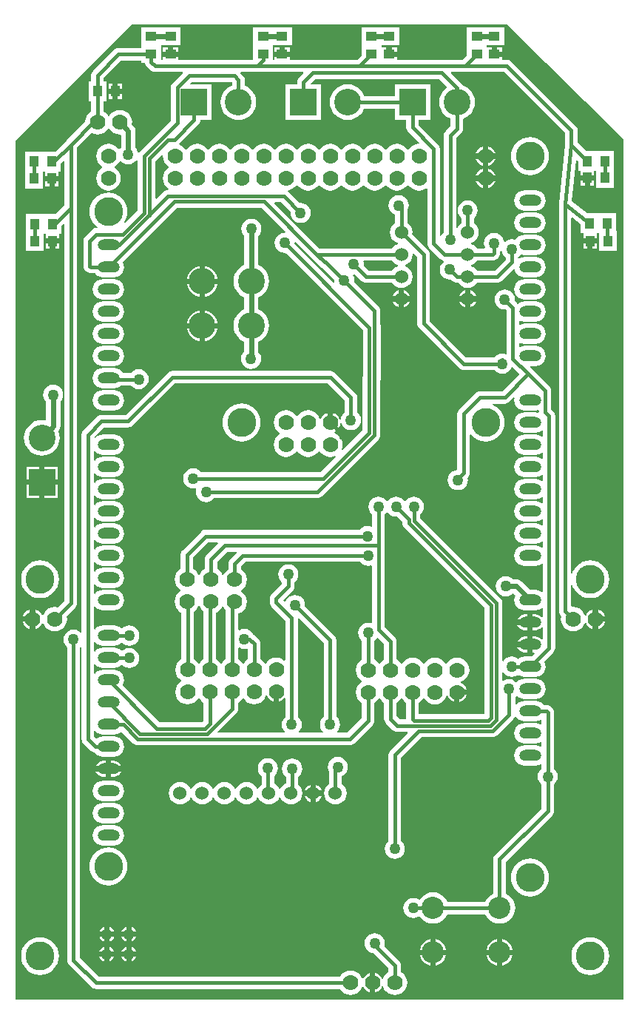
<source format=gbl>
G04 Layer_Physical_Order=2*
G04 Layer_Color=16711680*
%FSLAX25Y25*%
%MOIN*%
G70*
G01*
G75*
%ADD10R,0.05000X0.04000*%
%ADD11R,0.04000X0.05000*%
%ADD14C,0.01575*%
%ADD15C,0.02362*%
%ADD16C,0.01000*%
%ADD17R,0.12000X0.12000*%
%ADD18C,0.12000*%
%ADD19C,0.07000*%
%ADD20O,0.10000X0.05000*%
%ADD21C,0.13000*%
%ADD22C,0.06000*%
%ADD23R,0.12000X0.12000*%
%ADD24C,0.10000*%
%ADD25C,0.13004*%
%ADD26C,0.05000*%
G36*
X307746Y431648D02*
X307749Y431149D01*
X307500Y430900D01*
Y44000D01*
X33500D01*
Y430800D01*
X86000Y483300D01*
X254900D01*
X307746Y431648D01*
D02*
G37*
%LPC*%
G36*
X147400Y152839D02*
X146225Y152684D01*
X145131Y152231D01*
X144191Y151509D01*
X143469Y150569D01*
X143016Y149475D01*
X142861Y148300D01*
X143016Y147125D01*
X143469Y146031D01*
X144191Y145091D01*
X144589Y144785D01*
Y140838D01*
X144234Y140566D01*
X143432Y139522D01*
X143071Y138648D01*
X142529D01*
X142167Y139522D01*
X141366Y140566D01*
X140322Y141367D01*
X139105Y141871D01*
X137800Y142043D01*
X136495Y141871D01*
X135278Y141367D01*
X134234Y140566D01*
X133432Y139522D01*
X133071Y138648D01*
X132529D01*
X132167Y139522D01*
X131366Y140566D01*
X130322Y141367D01*
X129105Y141871D01*
X127800Y142043D01*
X126495Y141871D01*
X125278Y141367D01*
X124234Y140566D01*
X123433Y139522D01*
X123071Y138648D01*
X122529D01*
X122168Y139522D01*
X121366Y140566D01*
X120322Y141367D01*
X119105Y141871D01*
X117800Y142043D01*
X116495Y141871D01*
X115278Y141367D01*
X114234Y140566D01*
X113433Y139522D01*
X113071Y138648D01*
X112529D01*
X112168Y139522D01*
X111366Y140566D01*
X110322Y141367D01*
X109105Y141871D01*
X107800Y142043D01*
X106495Y141871D01*
X105278Y141367D01*
X104234Y140566D01*
X103433Y139522D01*
X102929Y138305D01*
X102757Y137000D01*
X102929Y135695D01*
X103433Y134478D01*
X104234Y133434D01*
X105278Y132633D01*
X106495Y132129D01*
X107800Y131957D01*
X109105Y132129D01*
X110322Y132633D01*
X111366Y133434D01*
X112168Y134478D01*
X112529Y135352D01*
X113071D01*
X113433Y134478D01*
X114234Y133434D01*
X115278Y132633D01*
X116495Y132129D01*
X117800Y131957D01*
X119105Y132129D01*
X120322Y132633D01*
X121366Y133434D01*
X122168Y134478D01*
X122529Y135352D01*
X123071D01*
X123433Y134478D01*
X124234Y133434D01*
X125278Y132633D01*
X126495Y132129D01*
X127800Y131957D01*
X129105Y132129D01*
X130322Y132633D01*
X131366Y133434D01*
X132167Y134478D01*
X132529Y135352D01*
X133071D01*
X133432Y134478D01*
X134234Y133434D01*
X135278Y132633D01*
X136495Y132129D01*
X137800Y131957D01*
X139105Y132129D01*
X140322Y132633D01*
X141366Y133434D01*
X142167Y134478D01*
X142529Y135352D01*
X143071D01*
X143432Y134478D01*
X144234Y133434D01*
X145278Y132633D01*
X146495Y132129D01*
X147800Y131957D01*
X149105Y132129D01*
X150322Y132633D01*
X151366Y133434D01*
X152167Y134478D01*
X152529Y135352D01*
X153071D01*
X153433Y134478D01*
X154234Y133434D01*
X155278Y132633D01*
X156495Y132129D01*
X157800Y131957D01*
X159105Y132129D01*
X160322Y132633D01*
X161366Y133434D01*
X162168Y134478D01*
X162671Y135695D01*
X162843Y137000D01*
X162671Y138305D01*
X162168Y139522D01*
X161366Y140566D01*
X161111Y140761D01*
Y144485D01*
X161509Y144791D01*
X162231Y145731D01*
X162684Y146825D01*
X162839Y148000D01*
X162684Y149175D01*
X162231Y150269D01*
X161509Y151209D01*
X160569Y151931D01*
X159475Y152384D01*
X158300Y152539D01*
X157125Y152384D01*
X156031Y151931D01*
X155091Y151209D01*
X154369Y150269D01*
X153916Y149175D01*
X153761Y148000D01*
X153916Y146825D01*
X154369Y145731D01*
X155091Y144791D01*
X155489Y144485D01*
Y141455D01*
X155278Y141367D01*
X154234Y140566D01*
X153433Y139522D01*
X153071Y138648D01*
X152529D01*
X152167Y139522D01*
X151366Y140566D01*
X150322Y141367D01*
X150211Y141413D01*
Y144785D01*
X150609Y145091D01*
X151331Y146031D01*
X151784Y147125D01*
X151939Y148300D01*
X151784Y149475D01*
X151331Y150569D01*
X150609Y151509D01*
X149669Y152231D01*
X148575Y152684D01*
X147400Y152839D01*
D02*
G37*
G36*
X169000Y140832D02*
Y138200D01*
X171633D01*
X171294Y139017D01*
X170653Y139853D01*
X169817Y140494D01*
X169000Y140832D01*
D02*
G37*
G36*
X166600D02*
X165783Y140494D01*
X164947Y139853D01*
X164306Y139017D01*
X163968Y138200D01*
X166600D01*
Y140832D01*
D02*
G37*
G36*
X74300Y146800D02*
X69709D01*
X69943Y146235D01*
X70504Y145504D01*
X71235Y144943D01*
X72086Y144590D01*
X73000Y144470D01*
X74300D01*
Y146800D01*
D02*
G37*
G36*
X78000Y151530D02*
X76700D01*
Y149200D01*
X81291D01*
X81057Y149765D01*
X80496Y150496D01*
X79765Y151057D01*
X78914Y151410D01*
X78000Y151530D01*
D02*
G37*
G36*
X74300D02*
X73000D01*
X72086Y151410D01*
X71235Y151057D01*
X70504Y150496D01*
X69943Y149765D01*
X69709Y149200D01*
X74300D01*
Y151530D01*
D02*
G37*
G36*
X81291Y146800D02*
X76700D01*
Y144470D01*
X78000D01*
X78914Y144590D01*
X79765Y144943D01*
X80496Y145504D01*
X81057Y146235D01*
X81291Y146800D01*
D02*
G37*
G36*
X78000Y132539D02*
X73000D01*
X71825Y132384D01*
X70731Y131931D01*
X69791Y131209D01*
X69069Y130269D01*
X68616Y129175D01*
X68461Y128000D01*
X68616Y126825D01*
X69069Y125731D01*
X69791Y124791D01*
X70731Y124069D01*
X71825Y123616D01*
X73000Y123461D01*
X78000D01*
X79175Y123616D01*
X80269Y124069D01*
X81209Y124791D01*
X81931Y125731D01*
X82384Y126825D01*
X82539Y128000D01*
X82384Y129175D01*
X81931Y130269D01*
X81209Y131209D01*
X80269Y131931D01*
X79175Y132384D01*
X78000Y132539D01*
D02*
G37*
G36*
Y122539D02*
X73000D01*
X71825Y122384D01*
X70731Y121931D01*
X69791Y121209D01*
X69069Y120269D01*
X68616Y119175D01*
X68461Y118000D01*
X68616Y116825D01*
X69069Y115731D01*
X69791Y114791D01*
X70731Y114069D01*
X71825Y113616D01*
X73000Y113461D01*
X78000D01*
X79175Y113616D01*
X80269Y114069D01*
X81209Y114791D01*
X81931Y115731D01*
X82384Y116825D01*
X82539Y118000D01*
X82384Y119175D01*
X81931Y120269D01*
X81209Y121209D01*
X80269Y121931D01*
X79175Y122384D01*
X78000Y122539D01*
D02*
G37*
G36*
X75500Y112541D02*
X73834Y112377D01*
X72231Y111891D01*
X70755Y111102D01*
X69460Y110039D01*
X68398Y108745D01*
X67609Y107269D01*
X67123Y105666D01*
X66959Y104000D01*
X67123Y102334D01*
X67609Y100731D01*
X68398Y99255D01*
X69460Y97961D01*
X70755Y96898D01*
X72231Y96109D01*
X73834Y95623D01*
X75500Y95459D01*
X77166Y95623D01*
X78769Y96109D01*
X80245Y96898D01*
X81539Y97961D01*
X82602Y99255D01*
X83391Y100731D01*
X83877Y102334D01*
X84041Y104000D01*
X83877Y105666D01*
X83391Y107269D01*
X82602Y108745D01*
X81539Y110039D01*
X80245Y111102D01*
X78769Y111891D01*
X77166Y112377D01*
X75500Y112541D01*
D02*
G37*
G36*
X178900Y153339D02*
X177725Y153184D01*
X176631Y152731D01*
X175691Y152009D01*
X174969Y151069D01*
X174516Y149975D01*
X174361Y148800D01*
X174516Y147625D01*
X174969Y146531D01*
X174989Y146505D01*
Y141145D01*
X174234Y140566D01*
X173433Y139522D01*
X172929Y138305D01*
X172757Y137000D01*
X172929Y135695D01*
X173433Y134478D01*
X174234Y133434D01*
X175278Y132633D01*
X176495Y132129D01*
X177800Y131957D01*
X179105Y132129D01*
X180322Y132633D01*
X181366Y133434D01*
X182167Y134478D01*
X182671Y135695D01*
X182843Y137000D01*
X182671Y138305D01*
X182167Y139522D01*
X181366Y140566D01*
X180611Y141145D01*
Y144638D01*
X181169Y144869D01*
X182109Y145591D01*
X182831Y146531D01*
X183284Y147625D01*
X183439Y148800D01*
X183284Y149975D01*
X182831Y151069D01*
X182109Y152009D01*
X181169Y152731D01*
X180075Y153184D01*
X178900Y153339D01*
D02*
G37*
G36*
X78000Y142539D02*
X73000D01*
X71825Y142384D01*
X70731Y141931D01*
X69791Y141209D01*
X69069Y140269D01*
X68616Y139175D01*
X68461Y138000D01*
X68616Y136825D01*
X69069Y135731D01*
X69791Y134791D01*
X70731Y134069D01*
X71825Y133616D01*
X73000Y133461D01*
X78000D01*
X79175Y133616D01*
X80269Y134069D01*
X81209Y134791D01*
X81931Y135731D01*
X82384Y136825D01*
X82539Y138000D01*
X82384Y139175D01*
X81931Y140269D01*
X81209Y141209D01*
X80269Y141931D01*
X79175Y142384D01*
X78000Y142539D01*
D02*
G37*
G36*
X171633Y135800D02*
X169000D01*
Y133168D01*
X169817Y133506D01*
X170653Y134147D01*
X171294Y134983D01*
X171633Y135800D01*
D02*
G37*
G36*
X166600D02*
X163968D01*
X164306Y134983D01*
X164947Y134147D01*
X165783Y133506D01*
X166600Y133168D01*
Y135800D01*
D02*
G37*
G36*
X50600Y321039D02*
X49425Y320884D01*
X48331Y320431D01*
X47391Y319709D01*
X46669Y318769D01*
X46216Y317675D01*
X46061Y316500D01*
X46216Y315325D01*
X46669Y314231D01*
X47391Y313291D01*
X47391Y313290D01*
Y305335D01*
X46891Y305002D01*
X45500Y305139D01*
X43932Y304984D01*
X42424Y304527D01*
X41034Y303784D01*
X39816Y302784D01*
X38816Y301566D01*
X38073Y300176D01*
X37616Y298668D01*
X37461Y297100D01*
X37616Y295532D01*
X38073Y294024D01*
X38816Y292634D01*
X39816Y291416D01*
X41034Y290416D01*
X42424Y289673D01*
X43932Y289216D01*
X45500Y289061D01*
X47068Y289216D01*
X48576Y289673D01*
X49966Y290416D01*
X51184Y291416D01*
X52184Y292634D01*
X52927Y294024D01*
X53384Y295532D01*
X53539Y297100D01*
X53384Y298668D01*
X52964Y300055D01*
X53379Y300596D01*
X53699Y301370D01*
X53809Y302200D01*
Y313290D01*
X53809Y313291D01*
X54531Y314231D01*
X54984Y315325D01*
X55139Y316500D01*
X54984Y317675D01*
X54531Y318769D01*
X53809Y319709D01*
X52869Y320431D01*
X51775Y320884D01*
X50600Y321039D01*
D02*
G37*
G36*
X52500Y284100D02*
X46700D01*
Y278300D01*
X52500D01*
Y284100D01*
D02*
G37*
G36*
X44300D02*
X38500D01*
Y278300D01*
X44300D01*
Y284100D01*
D02*
G37*
G36*
X78000Y318539D02*
X73000D01*
X71825Y318384D01*
X70731Y317931D01*
X69791Y317209D01*
X69069Y316269D01*
X68616Y315175D01*
X68461Y314000D01*
X68616Y312825D01*
X69069Y311731D01*
X69791Y310791D01*
X70731Y310069D01*
X71825Y309616D01*
X73000Y309461D01*
X78000D01*
X79175Y309616D01*
X80269Y310069D01*
X81209Y310791D01*
X81931Y311731D01*
X82384Y312825D01*
X82539Y314000D01*
X82384Y315175D01*
X81931Y316269D01*
X81209Y317209D01*
X80269Y317931D01*
X79175Y318384D01*
X78000Y318539D01*
D02*
G37*
G36*
Y338539D02*
X73000D01*
X71825Y338384D01*
X70731Y337931D01*
X69791Y337209D01*
X69069Y336269D01*
X68616Y335175D01*
X68461Y334000D01*
X68616Y332825D01*
X69069Y331731D01*
X69791Y330791D01*
X70731Y330069D01*
X71825Y329616D01*
X73000Y329461D01*
X78000D01*
X79175Y329616D01*
X80269Y330069D01*
X81209Y330791D01*
X81931Y331731D01*
X82384Y332825D01*
X82539Y334000D01*
X82384Y335175D01*
X81931Y336269D01*
X81209Y337209D01*
X80269Y337931D01*
X79175Y338384D01*
X78000Y338539D01*
D02*
G37*
G36*
X139900Y395839D02*
X138725Y395684D01*
X137631Y395231D01*
X136691Y394509D01*
X135969Y393569D01*
X135516Y392475D01*
X135361Y391300D01*
X135516Y390125D01*
X135969Y389031D01*
X136691Y388091D01*
X136691Y388090D01*
Y375056D01*
X135434Y374384D01*
X134216Y373384D01*
X133216Y372166D01*
X132473Y370776D01*
X132016Y369268D01*
X131861Y367700D01*
X132016Y366132D01*
X132473Y364624D01*
X133216Y363234D01*
X134216Y362016D01*
X135434Y361016D01*
X136691Y360344D01*
Y355056D01*
X135434Y354384D01*
X134216Y353384D01*
X133216Y352166D01*
X132473Y350776D01*
X132016Y349268D01*
X131861Y347700D01*
X132016Y346132D01*
X132473Y344624D01*
X133216Y343234D01*
X134216Y342016D01*
X135434Y341016D01*
X136691Y340344D01*
Y335987D01*
X136591Y335909D01*
X135869Y334969D01*
X135416Y333875D01*
X135261Y332700D01*
X135416Y331525D01*
X135869Y330431D01*
X136591Y329491D01*
X137531Y328769D01*
X138625Y328316D01*
X139800Y328161D01*
X140975Y328316D01*
X142069Y328769D01*
X143009Y329491D01*
X143731Y330431D01*
X144184Y331525D01*
X144339Y332700D01*
X144184Y333875D01*
X143731Y334969D01*
X143108Y335780D01*
Y340344D01*
X144366Y341016D01*
X145584Y342016D01*
X146584Y343234D01*
X147327Y344624D01*
X147784Y346132D01*
X147939Y347700D01*
X147784Y349268D01*
X147327Y350776D01*
X146584Y352166D01*
X145584Y353384D01*
X144366Y354384D01*
X143108Y355056D01*
Y360344D01*
X144366Y361016D01*
X145584Y362016D01*
X146584Y363234D01*
X147327Y364624D01*
X147784Y366132D01*
X147939Y367700D01*
X147784Y369268D01*
X147327Y370776D01*
X146584Y372166D01*
X145584Y373384D01*
X144366Y374384D01*
X143108Y375056D01*
Y388090D01*
X143109Y388091D01*
X143831Y389031D01*
X144284Y390125D01*
X144439Y391300D01*
X144284Y392475D01*
X143831Y393569D01*
X143109Y394509D01*
X142169Y395231D01*
X141075Y395684D01*
X139900Y395839D01*
D02*
G37*
G36*
X78000Y328539D02*
X73000D01*
X71825Y328384D01*
X70731Y327931D01*
X69791Y327209D01*
X69069Y326269D01*
X68616Y325175D01*
X68461Y324000D01*
X68616Y322825D01*
X69069Y321731D01*
X69791Y320791D01*
X70731Y320069D01*
X71825Y319616D01*
X73000Y319461D01*
X78000D01*
X79175Y319616D01*
X80269Y320069D01*
X81077Y320689D01*
X85685D01*
X85991Y320291D01*
X86931Y319569D01*
X88025Y319116D01*
X89200Y318961D01*
X90375Y319116D01*
X91469Y319569D01*
X92409Y320291D01*
X93131Y321231D01*
X93584Y322325D01*
X93739Y323500D01*
X93584Y324675D01*
X93131Y325769D01*
X92409Y326709D01*
X91469Y327431D01*
X90375Y327884D01*
X89200Y328039D01*
X88025Y327884D01*
X86931Y327431D01*
X85991Y326709D01*
X85685Y326311D01*
X81898D01*
X81209Y327209D01*
X80269Y327931D01*
X79175Y328384D01*
X78000Y328539D01*
D02*
G37*
G36*
X40100Y219774D02*
X39031Y219331D01*
X38091Y218609D01*
X37369Y217669D01*
X36926Y216600D01*
X40100D01*
Y219774D01*
D02*
G37*
G36*
X299374Y214200D02*
X296200D01*
Y211026D01*
X297269Y211469D01*
X298209Y212191D01*
X298931Y213131D01*
X299374Y214200D01*
D02*
G37*
G36*
X40100D02*
X36926D01*
X37369Y213131D01*
X38091Y212191D01*
X39031Y211469D01*
X40100Y211026D01*
Y214200D01*
D02*
G37*
G36*
X296200Y219774D02*
Y216600D01*
X299374D01*
X298931Y217669D01*
X298209Y218609D01*
X297269Y219331D01*
X296200Y219774D01*
D02*
G37*
G36*
X52500Y275900D02*
X46700D01*
Y270100D01*
X52500D01*
Y275900D01*
D02*
G37*
G36*
X44300D02*
X38500D01*
Y270100D01*
X44300D01*
Y275900D01*
D02*
G37*
G36*
X44700Y241943D02*
X43033Y241779D01*
X41431Y241293D01*
X39954Y240503D01*
X38659Y239441D01*
X37597Y238146D01*
X36807Y236669D01*
X36321Y235067D01*
X36157Y233400D01*
X36321Y231733D01*
X36807Y230131D01*
X37597Y228654D01*
X38659Y227359D01*
X39954Y226297D01*
X41431Y225507D01*
X43033Y225021D01*
X44700Y224857D01*
X46367Y225021D01*
X47969Y225507D01*
X49446Y226297D01*
X50741Y227359D01*
X51803Y228654D01*
X52593Y230131D01*
X53079Y231733D01*
X53243Y233400D01*
X53079Y235067D01*
X52593Y236669D01*
X51803Y238146D01*
X50741Y239441D01*
X49446Y240503D01*
X47969Y241293D01*
X46367Y241779D01*
X44700Y241943D01*
D02*
G37*
G36*
X83500Y63300D02*
X81409D01*
X81643Y62735D01*
X82204Y62004D01*
X82935Y61443D01*
X83500Y61209D01*
Y63300D01*
D02*
G37*
G36*
X77991D02*
X75900D01*
Y61209D01*
X76465Y61443D01*
X77196Y62004D01*
X77757Y62735D01*
X77991Y63300D01*
D02*
G37*
G36*
X73500D02*
X71409D01*
X71643Y62735D01*
X72204Y62004D01*
X72935Y61443D01*
X73500Y61209D01*
Y63300D01*
D02*
G37*
G36*
X87991D02*
X85900D01*
Y61209D01*
X86465Y61443D01*
X87196Y62004D01*
X87757Y62735D01*
X87991Y63300D01*
D02*
G37*
G36*
X83500Y67791D02*
X82935Y67557D01*
X82204Y66996D01*
X81643Y66265D01*
X81409Y65700D01*
X83500D01*
Y67791D01*
D02*
G37*
G36*
X75900D02*
Y65700D01*
X77991D01*
X77757Y66265D01*
X77196Y66996D01*
X76465Y67557D01*
X75900Y67791D01*
D02*
G37*
G36*
X73500D02*
X72935Y67557D01*
X72204Y66996D01*
X71643Y66265D01*
X71409Y65700D01*
X73500D01*
Y67791D01*
D02*
G37*
G36*
X292700Y72139D02*
X291033Y71975D01*
X289431Y71489D01*
X287954Y70699D01*
X286659Y69637D01*
X285597Y68342D01*
X284807Y66865D01*
X284321Y65263D01*
X284157Y63596D01*
X284321Y61929D01*
X284807Y60327D01*
X285597Y58850D01*
X286659Y57555D01*
X287954Y56493D01*
X289431Y55703D01*
X291033Y55217D01*
X292700Y55053D01*
X294367Y55217D01*
X295969Y55703D01*
X297446Y56493D01*
X298741Y57555D01*
X299803Y58850D01*
X300593Y60327D01*
X301079Y61929D01*
X301243Y63596D01*
X301079Y65263D01*
X300593Y66865D01*
X299803Y68342D01*
X298741Y69637D01*
X297446Y70699D01*
X295969Y71489D01*
X294367Y71975D01*
X292700Y72139D01*
D02*
G37*
G36*
X44700D02*
X43033Y71975D01*
X41431Y71489D01*
X39954Y70699D01*
X38659Y69637D01*
X37597Y68342D01*
X36807Y66865D01*
X36321Y65263D01*
X36157Y63596D01*
X36321Y61929D01*
X36807Y60327D01*
X37597Y58850D01*
X38659Y57555D01*
X39954Y56493D01*
X41431Y55703D01*
X43033Y55217D01*
X44700Y55053D01*
X46367Y55217D01*
X47969Y55703D01*
X49446Y56493D01*
X50741Y57555D01*
X51803Y58850D01*
X52593Y60327D01*
X53079Y61929D01*
X53243Y63596D01*
X53079Y65263D01*
X52593Y66865D01*
X51803Y68342D01*
X50741Y69637D01*
X49446Y70699D01*
X47969Y71489D01*
X46367Y71975D01*
X44700Y72139D01*
D02*
G37*
G36*
X195500Y73939D02*
X194325Y73784D01*
X193231Y73331D01*
X192291Y72609D01*
X191569Y71669D01*
X191116Y70575D01*
X190961Y69400D01*
X191116Y68225D01*
X191569Y67131D01*
X192291Y66191D01*
X193231Y65469D01*
X194325Y65016D01*
X195112Y64912D01*
X201789Y58236D01*
Y56375D01*
X200677Y55523D01*
X199796Y54374D01*
X199329Y53248D01*
X198788D01*
X198531Y53869D01*
X197809Y54809D01*
X196869Y55531D01*
X195800Y55974D01*
Y51600D01*
Y47226D01*
X196869Y47669D01*
X197809Y48391D01*
X198531Y49331D01*
X198788Y49952D01*
X199329D01*
X199796Y48826D01*
X200677Y47677D01*
X201826Y46796D01*
X203164Y46242D01*
X204600Y46053D01*
X206036Y46242D01*
X207374Y46796D01*
X208523Y47677D01*
X209404Y48826D01*
X209958Y50164D01*
X210148Y51600D01*
X209958Y53036D01*
X209404Y54374D01*
X208523Y55523D01*
X207412Y56375D01*
Y59400D01*
X207316Y60128D01*
X207035Y60806D01*
X206588Y61388D01*
X206588Y61388D01*
X199845Y68131D01*
X199884Y68225D01*
X200039Y69400D01*
X199884Y70575D01*
X199431Y71669D01*
X198709Y72609D01*
X197769Y73331D01*
X196675Y73784D01*
X195500Y73939D01*
D02*
G37*
G36*
X220600Y64100D02*
X215894D01*
X216230Y62993D01*
X216787Y61950D01*
X217537Y61037D01*
X218450Y60287D01*
X219493Y59730D01*
X220600Y59394D01*
Y64100D01*
D02*
G37*
G36*
X257706D02*
X253000D01*
Y59394D01*
X254107Y59730D01*
X255150Y60287D01*
X256063Y61037D01*
X256813Y61950D01*
X257370Y62993D01*
X257706Y64100D01*
D02*
G37*
G36*
X250600D02*
X245894D01*
X246230Y62993D01*
X246787Y61950D01*
X247537Y61037D01*
X248450Y60287D01*
X249493Y59730D01*
X250600Y59394D01*
Y64100D01*
D02*
G37*
G36*
X227706D02*
X223000D01*
Y59394D01*
X224107Y59730D01*
X225149Y60287D01*
X226063Y61037D01*
X226813Y61950D01*
X227370Y62993D01*
X227706Y64100D01*
D02*
G37*
G36*
X73600Y76791D02*
X73035Y76557D01*
X72304Y75996D01*
X71743Y75265D01*
X71509Y74700D01*
X73600D01*
Y76791D01*
D02*
G37*
G36*
X87991Y72300D02*
X85900D01*
Y70209D01*
X86465Y70443D01*
X87196Y71004D01*
X87757Y71735D01*
X87991Y72300D01*
D02*
G37*
G36*
X83500D02*
X81409D01*
X81643Y71735D01*
X82204Y71004D01*
X82935Y70443D01*
X83500Y70209D01*
Y72300D01*
D02*
G37*
G36*
X76000Y76791D02*
Y74700D01*
X78091D01*
X77857Y75265D01*
X77296Y75996D01*
X76565Y76557D01*
X76000Y76791D01*
D02*
G37*
G36*
X265500Y107541D02*
X263834Y107377D01*
X262231Y106891D01*
X260755Y106102D01*
X259460Y105040D01*
X258398Y103745D01*
X257609Y102269D01*
X257123Y100666D01*
X256959Y99000D01*
X257123Y97334D01*
X257609Y95731D01*
X258398Y94255D01*
X259460Y92961D01*
X260755Y91898D01*
X262231Y91109D01*
X263834Y90623D01*
X265500Y90459D01*
X267166Y90623D01*
X268769Y91109D01*
X270245Y91898D01*
X271539Y92961D01*
X272602Y94255D01*
X273391Y95731D01*
X273877Y97334D01*
X274041Y99000D01*
X273877Y100666D01*
X273391Y102269D01*
X272602Y103745D01*
X271539Y105040D01*
X270245Y106102D01*
X268769Y106891D01*
X267166Y107377D01*
X265500Y107541D01*
D02*
G37*
G36*
X85900Y76791D02*
Y74700D01*
X87991D01*
X87757Y75265D01*
X87196Y75996D01*
X86465Y76557D01*
X85900Y76791D01*
D02*
G37*
G36*
X83500D02*
X82935Y76557D01*
X82204Y75996D01*
X81643Y75265D01*
X81409Y74700D01*
X83500D01*
Y76791D01*
D02*
G37*
G36*
X223000Y71206D02*
Y66500D01*
X227706D01*
X227370Y67607D01*
X226813Y68650D01*
X226063Y69563D01*
X225149Y70313D01*
X224107Y70870D01*
X223000Y71206D01*
D02*
G37*
G36*
X220600D02*
X219493Y70870D01*
X218450Y70313D01*
X217537Y69563D01*
X216787Y68650D01*
X216230Y67607D01*
X215894Y66500D01*
X220600D01*
Y71206D01*
D02*
G37*
G36*
X85900Y67791D02*
Y65700D01*
X87991D01*
X87757Y66265D01*
X87196Y66996D01*
X86465Y67557D01*
X85900Y67791D01*
D02*
G37*
G36*
X250600Y71206D02*
X249493Y70870D01*
X248450Y70313D01*
X247537Y69563D01*
X246787Y68650D01*
X246230Y67607D01*
X245894Y66500D01*
X250600D01*
Y71206D01*
D02*
G37*
G36*
X78091Y72300D02*
X76000D01*
Y70209D01*
X76565Y70443D01*
X77296Y71004D01*
X77857Y71735D01*
X78091Y72300D01*
D02*
G37*
G36*
X73600D02*
X71509D01*
X71743Y71735D01*
X72304Y71004D01*
X73035Y70443D01*
X73600Y70209D01*
Y72300D01*
D02*
G37*
G36*
X253000Y71206D02*
Y66500D01*
X257706D01*
X257370Y67607D01*
X256813Y68650D01*
X256063Y69563D01*
X255150Y70313D01*
X254107Y70870D01*
X253000Y71206D01*
D02*
G37*
G36*
X290200Y413100D02*
X288400D01*
Y410800D01*
X290200D01*
Y413100D01*
D02*
G37*
G36*
X294400D02*
X292600D01*
Y410800D01*
X294400D01*
Y413100D01*
D02*
G37*
G36*
X53100Y412700D02*
X51300D01*
Y410400D01*
X53100D01*
Y412700D01*
D02*
G37*
G36*
X249874Y412800D02*
X246700D01*
Y409626D01*
X247769Y410069D01*
X248709Y410791D01*
X249431Y411731D01*
X249874Y412800D01*
D02*
G37*
G36*
X48900Y412700D02*
X47100D01*
Y410400D01*
X48900D01*
Y412700D01*
D02*
G37*
G36*
X244300Y418374D02*
X243231Y417931D01*
X242291Y417209D01*
X241569Y416269D01*
X241126Y415200D01*
X244300D01*
Y418374D01*
D02*
G37*
G36*
X249874Y422800D02*
X246700D01*
Y419626D01*
X247769Y420069D01*
X248709Y420791D01*
X249431Y421731D01*
X249874Y422800D01*
D02*
G37*
G36*
X244300Y428374D02*
X243231Y427931D01*
X242291Y427209D01*
X241569Y426269D01*
X241126Y425200D01*
X244300D01*
Y428374D01*
D02*
G37*
G36*
Y422800D02*
X241126D01*
X241569Y421731D01*
X242291Y420791D01*
X243231Y420069D01*
X244300Y419626D01*
Y422800D01*
D02*
G37*
G36*
X246700Y418374D02*
Y415200D01*
X249874D01*
X249431Y416269D01*
X248709Y417209D01*
X247769Y417931D01*
X246700Y418374D01*
D02*
G37*
G36*
X265500Y432541D02*
X263834Y432377D01*
X262231Y431891D01*
X260755Y431102D01*
X259460Y430040D01*
X258398Y428745D01*
X257609Y427269D01*
X257123Y425666D01*
X256959Y424000D01*
X257123Y422334D01*
X257609Y420731D01*
X258398Y419255D01*
X259460Y417961D01*
X260755Y416898D01*
X262231Y416109D01*
X263834Y415623D01*
X265500Y415459D01*
X267166Y415623D01*
X268769Y416109D01*
X270245Y416898D01*
X271539Y417961D01*
X272602Y419255D01*
X273391Y420731D01*
X273877Y422334D01*
X274041Y424000D01*
X273877Y425666D01*
X273391Y427269D01*
X272602Y428745D01*
X271539Y430040D01*
X270245Y431102D01*
X268769Y431891D01*
X267166Y432377D01*
X265500Y432541D01*
D02*
G37*
G36*
X49100Y384600D02*
X47300D01*
Y382300D01*
X49100D01*
Y384600D01*
D02*
G37*
G36*
X268000Y398539D02*
X263000D01*
X261825Y398384D01*
X260731Y397931D01*
X259791Y397209D01*
X259069Y396269D01*
X258616Y395175D01*
X258461Y394000D01*
X258616Y392825D01*
X259069Y391731D01*
X259791Y390791D01*
X260731Y390069D01*
X261825Y389616D01*
X263000Y389461D01*
X268000D01*
X269175Y389616D01*
X270269Y390069D01*
X271209Y390791D01*
X271931Y391731D01*
X272384Y392825D01*
X272539Y394000D01*
X272384Y395175D01*
X271931Y396269D01*
X271209Y397209D01*
X270269Y397931D01*
X269175Y398384D01*
X268000Y398539D01*
D02*
G37*
G36*
X53300Y384600D02*
X51500D01*
Y382300D01*
X53300D01*
Y384600D01*
D02*
G37*
G36*
X295500D02*
X293700D01*
Y382300D01*
X295500D01*
Y384600D01*
D02*
G37*
G36*
X291300D02*
X289500D01*
Y382300D01*
X291300D01*
Y384600D01*
D02*
G37*
G36*
X268000Y408539D02*
X263000D01*
X261825Y408384D01*
X260731Y407931D01*
X259791Y407209D01*
X259069Y406269D01*
X258616Y405175D01*
X258461Y404000D01*
X258616Y402825D01*
X259069Y401731D01*
X259791Y400791D01*
X260731Y400069D01*
X261825Y399616D01*
X263000Y399461D01*
X268000D01*
X269175Y399616D01*
X270269Y400069D01*
X271209Y400791D01*
X271931Y401731D01*
X272384Y402825D01*
X272539Y404000D01*
X272384Y405175D01*
X271931Y406269D01*
X271209Y407209D01*
X270269Y407931D01*
X269175Y408384D01*
X268000Y408539D01*
D02*
G37*
G36*
X238621Y363532D02*
Y360900D01*
X241254D01*
X240915Y361717D01*
X240274Y362553D01*
X239439Y363194D01*
X238621Y363532D01*
D02*
G37*
G36*
X236221D02*
X235404Y363194D01*
X234568Y362553D01*
X233927Y361717D01*
X233589Y360900D01*
X236221D01*
Y363532D01*
D02*
G37*
G36*
X244300Y412800D02*
X241126D01*
X241569Y411731D01*
X242291Y410791D01*
X243231Y410069D01*
X244300Y409626D01*
Y412800D01*
D02*
G37*
G36*
X119000Y374516D02*
Y368800D01*
X124716D01*
X124699Y368972D01*
X124299Y370292D01*
X123649Y371508D01*
X122774Y372574D01*
X121708Y373448D01*
X120492Y374098D01*
X119172Y374499D01*
X119000Y374516D01*
D02*
G37*
G36*
X116600D02*
X116428Y374499D01*
X115108Y374098D01*
X113892Y373448D01*
X112826Y372574D01*
X111951Y371508D01*
X111302Y370292D01*
X110901Y368972D01*
X110884Y368800D01*
X116600D01*
Y374516D01*
D02*
G37*
G36*
X205500Y472900D02*
X203200D01*
Y471100D01*
X205500D01*
Y472900D01*
D02*
G37*
G36*
X78000Y358539D02*
X73000D01*
X71825Y358384D01*
X70731Y357931D01*
X69791Y357209D01*
X69069Y356269D01*
X68616Y355175D01*
X68461Y354000D01*
X68616Y352825D01*
X69069Y351731D01*
X69791Y350791D01*
X70731Y350069D01*
X71825Y349616D01*
X73000Y349461D01*
X78000D01*
X79175Y349616D01*
X80269Y350069D01*
X81209Y350791D01*
X81931Y351731D01*
X82384Y352825D01*
X82539Y354000D01*
X82384Y355175D01*
X81931Y356269D01*
X81209Y357209D01*
X80269Y357931D01*
X79175Y358384D01*
X78000Y358539D01*
D02*
G37*
G36*
X157200Y472900D02*
X154900D01*
Y471100D01*
X157200D01*
Y472900D01*
D02*
G37*
G36*
X152500D02*
X150200D01*
Y471100D01*
X152500D01*
Y472900D01*
D02*
G37*
G36*
X236221Y358500D02*
X233589D01*
X233927Y357683D01*
X234568Y356847D01*
X235404Y356206D01*
X236221Y355868D01*
Y358500D01*
D02*
G37*
G36*
X252900Y472900D02*
X250600D01*
Y471100D01*
X252900D01*
Y472900D01*
D02*
G37*
G36*
X116600Y346400D02*
X110884D01*
X110901Y346228D01*
X111302Y344908D01*
X111951Y343692D01*
X112826Y342626D01*
X113892Y341752D01*
X115108Y341102D01*
X116428Y340701D01*
X116600Y340684D01*
Y346400D01*
D02*
G37*
G36*
X78000Y348539D02*
X73000D01*
X71825Y348384D01*
X70731Y347931D01*
X69791Y347209D01*
X69069Y346269D01*
X68616Y345175D01*
X68461Y344000D01*
X68616Y342825D01*
X69069Y341731D01*
X69791Y340791D01*
X70731Y340069D01*
X71825Y339616D01*
X73000Y339461D01*
X78000D01*
X79175Y339616D01*
X80269Y340069D01*
X81209Y340791D01*
X81931Y341731D01*
X82384Y342825D01*
X82539Y344000D01*
X82384Y345175D01*
X81931Y346269D01*
X81209Y347209D01*
X80269Y347931D01*
X79175Y348384D01*
X78000Y348539D01*
D02*
G37*
G36*
X124716Y346400D02*
X119000D01*
Y340684D01*
X119172Y340701D01*
X120492Y341102D01*
X121708Y341752D01*
X122774Y342626D01*
X123649Y343692D01*
X124299Y344908D01*
X124699Y346228D01*
X124716Y346400D01*
D02*
G37*
G36*
X119000Y354516D02*
Y348800D01*
X124716D01*
X124699Y348972D01*
X124299Y350292D01*
X123649Y351508D01*
X122774Y352574D01*
X121708Y353449D01*
X120492Y354099D01*
X119172Y354499D01*
X119000Y354516D01*
D02*
G37*
G36*
X116600D02*
X116428Y354499D01*
X115108Y354099D01*
X113892Y353449D01*
X112826Y352574D01*
X111951Y351508D01*
X111302Y350292D01*
X110901Y348972D01*
X110884Y348800D01*
X116600D01*
Y354516D01*
D02*
G37*
G36*
X253900Y481900D02*
X237100D01*
Y473900D01*
Y469376D01*
X235235Y467511D01*
X205500D01*
Y468700D01*
X202000D01*
Y469900D01*
X200800D01*
Y472900D01*
X198500D01*
Y473900D01*
X206500D01*
Y481900D01*
X189500D01*
Y473900D01*
Y469376D01*
X187635Y467511D01*
X157200D01*
Y468700D01*
X150200D01*
Y467511D01*
X149700D01*
Y473900D01*
X158200D01*
Y481900D01*
X140700D01*
Y473900D01*
Y467511D01*
X107100D01*
Y468700D01*
X100100D01*
Y467511D01*
X99200D01*
Y473900D01*
X108100D01*
Y481900D01*
X90200D01*
Y473900D01*
Y472711D01*
X80000D01*
X80000Y472712D01*
X79272Y472616D01*
X78594Y472335D01*
X78012Y471888D01*
X78012Y471888D01*
X68612Y462488D01*
X68165Y461906D01*
X67884Y461228D01*
X67788Y460500D01*
X67788Y460500D01*
Y457800D01*
X66600D01*
Y448800D01*
X67788D01*
Y444075D01*
X66677Y443223D01*
X65796Y442074D01*
X65242Y440736D01*
X65102Y439678D01*
X56512Y431088D01*
X56512Y431088D01*
X51524Y426100D01*
X38000D01*
Y417100D01*
X38100D01*
Y409400D01*
X46100D01*
Y417100D01*
X47100D01*
Y415100D01*
X53100D01*
Y417100D01*
X54000D01*
Y420624D01*
X55227Y421851D01*
X55689Y421659D01*
Y401864D01*
X51724Y397900D01*
X38300D01*
Y388900D01*
Y381300D01*
X46300D01*
Y388900D01*
X47300D01*
Y387000D01*
X53300D01*
Y388900D01*
X54300D01*
Y392524D01*
X55227Y393451D01*
X55689Y393259D01*
Y223764D01*
X52689Y220765D01*
X51300Y220948D01*
X49864Y220758D01*
X48526Y220204D01*
X47377Y219323D01*
X46496Y218174D01*
X46029Y217048D01*
X45488D01*
X45231Y217669D01*
X44509Y218609D01*
X43569Y219331D01*
X42500Y219774D01*
Y215400D01*
Y211026D01*
X43569Y211469D01*
X44509Y212191D01*
X45231Y213131D01*
X45488Y213752D01*
X46029D01*
X46496Y212626D01*
X47377Y211477D01*
X48526Y210596D01*
X49864Y210042D01*
X51300Y209853D01*
X52736Y210042D01*
X54074Y210596D01*
X55223Y211477D01*
X56104Y212626D01*
X56658Y213964D01*
X56848Y215400D01*
X56665Y216789D01*
X60488Y220612D01*
X60488Y220612D01*
X60935Y221194D01*
X61216Y221872D01*
X61312Y222600D01*
X61312Y222600D01*
Y400700D01*
X61312Y400700D01*
X61312Y400700D01*
Y427936D01*
X67858Y434482D01*
X69164Y433942D01*
X70600Y433752D01*
X72036Y433942D01*
X73374Y434496D01*
X74523Y435377D01*
X75307Y436400D01*
X75473Y436443D01*
X75727D01*
X75893Y436400D01*
X76677Y435377D01*
X77826Y434496D01*
X79164Y433942D01*
X80600Y433752D01*
X80816Y433781D01*
X81191Y433451D01*
Y428010D01*
X81191Y428009D01*
X80588Y427225D01*
X80103Y427164D01*
X79980Y427196D01*
X79423Y427923D01*
X78274Y428804D01*
X76936Y429358D01*
X75500Y429548D01*
X74064Y429358D01*
X72726Y428804D01*
X71577Y427923D01*
X70696Y426774D01*
X70142Y425436D01*
X69952Y424000D01*
X70142Y422564D01*
X70696Y421226D01*
X71577Y420077D01*
X72600Y419293D01*
X72642Y419127D01*
Y418873D01*
X72600Y418707D01*
X71577Y417923D01*
X70696Y416774D01*
X70142Y415436D01*
X69952Y414000D01*
X70142Y412564D01*
X70696Y411226D01*
X71577Y410077D01*
X72726Y409196D01*
X74064Y408642D01*
X75500Y408453D01*
X76936Y408642D01*
X78274Y409196D01*
X79423Y410077D01*
X80304Y411226D01*
X80858Y412564D01*
X81047Y414000D01*
X80858Y415436D01*
X80304Y416774D01*
X79423Y417923D01*
X78400Y418707D01*
X78357Y418873D01*
Y419127D01*
X78400Y419293D01*
X79423Y420077D01*
X80304Y421226D01*
X80522Y421751D01*
X81017Y421816D01*
X81191Y421591D01*
X82131Y420869D01*
X83225Y420416D01*
X84400Y420261D01*
X85575Y420416D01*
X86669Y420869D01*
X87609Y421591D01*
X88214Y422378D01*
X88714Y422208D01*
Y399648D01*
X82920Y393854D01*
X82549Y394191D01*
X82602Y394255D01*
X83391Y395731D01*
X83877Y397334D01*
X84041Y399000D01*
X83877Y400666D01*
X83391Y402269D01*
X82602Y403745D01*
X81539Y405040D01*
X80245Y406102D01*
X78769Y406891D01*
X77166Y407377D01*
X75500Y407541D01*
X73834Y407377D01*
X72231Y406891D01*
X70755Y406102D01*
X69460Y405040D01*
X68398Y403745D01*
X67609Y402269D01*
X67123Y400666D01*
X66959Y399000D01*
X67123Y397334D01*
X67609Y395731D01*
X68398Y394255D01*
X69460Y392961D01*
X70495Y392111D01*
X70316Y391612D01*
X70100D01*
X70100Y391612D01*
X69372Y391516D01*
X68694Y391235D01*
X68112Y390788D01*
X68112Y390788D01*
X65112Y387788D01*
X64665Y387206D01*
X64384Y386528D01*
X64289Y385800D01*
X64289Y385800D01*
Y374500D01*
X64289Y374500D01*
X64384Y373772D01*
X64665Y373094D01*
X65112Y372512D01*
X65612Y372012D01*
X65612Y372012D01*
X66194Y371565D01*
X66872Y371284D01*
X67600Y371188D01*
X67600Y371188D01*
X69485D01*
X69791Y370791D01*
X70731Y370069D01*
X71825Y369616D01*
X73000Y369461D01*
X78000D01*
X79175Y369616D01*
X80269Y370069D01*
X81209Y370791D01*
X81931Y371731D01*
X82384Y372825D01*
X82539Y374000D01*
X82384Y375175D01*
X81931Y376269D01*
X81894Y376318D01*
X106390Y400814D01*
X144310D01*
X155254Y389870D01*
X155033Y389421D01*
X154900Y389439D01*
X153725Y389284D01*
X152631Y388831D01*
X151691Y388109D01*
X150969Y387169D01*
X150516Y386075D01*
X150361Y384900D01*
X150516Y383725D01*
X150969Y382631D01*
X151691Y381691D01*
X152631Y380969D01*
X153725Y380516D01*
X154900Y380361D01*
X155397Y380427D01*
X190189Y345636D01*
Y324893D01*
X190114Y324325D01*
X190114Y324325D01*
Y300648D01*
X180954Y291489D01*
X180530Y291772D01*
X180858Y292564D01*
X181047Y294000D01*
X180858Y295436D01*
X180304Y296774D01*
X179423Y297923D01*
X178274Y298804D01*
X177148Y299271D01*
Y299812D01*
X177769Y300069D01*
X178709Y300791D01*
X179431Y301731D01*
X179884Y302825D01*
X179992Y303643D01*
X180505Y303710D01*
X180869Y302831D01*
X181591Y301891D01*
X182531Y301169D01*
X183625Y300716D01*
X184800Y300561D01*
X185975Y300716D01*
X187069Y301169D01*
X188009Y301891D01*
X188731Y302831D01*
X189184Y303925D01*
X189339Y305100D01*
X189184Y306275D01*
X188731Y307369D01*
X188009Y308309D01*
X187611Y308615D01*
Y315200D01*
X187516Y315928D01*
X187235Y316606D01*
X186788Y317188D01*
X186788Y317188D01*
X177588Y326388D01*
X177006Y326835D01*
X176328Y327116D01*
X175600Y327211D01*
X175600Y327211D01*
X104200D01*
X104200Y327211D01*
X103472Y327116D01*
X102794Y326835D01*
X102212Y326388D01*
X102212Y326388D01*
X83236Y307412D01*
X72300D01*
X71572Y307316D01*
X70894Y307035D01*
X70312Y306588D01*
X70312Y306588D01*
X64212Y300488D01*
X63765Y299906D01*
X63484Y299228D01*
X63389Y298500D01*
X63389Y298500D01*
Y209677D01*
X62888Y209502D01*
X62069Y210131D01*
X60975Y210584D01*
X59800Y210739D01*
X58625Y210584D01*
X57531Y210131D01*
X56591Y209409D01*
X55869Y208469D01*
X55416Y207375D01*
X55261Y206200D01*
X55416Y205025D01*
X55869Y203931D01*
X56591Y202991D01*
X56889Y202762D01*
Y61800D01*
X56889Y61800D01*
X56984Y61072D01*
X57265Y60394D01*
X57712Y59812D01*
X67912Y49612D01*
X67912Y49612D01*
X68494Y49165D01*
X69172Y48884D01*
X69900Y48788D01*
X69900Y48788D01*
X179825D01*
X180677Y47677D01*
X181826Y46796D01*
X183164Y46242D01*
X184600Y46053D01*
X186036Y46242D01*
X187374Y46796D01*
X188523Y47677D01*
X189404Y48826D01*
X189871Y49952D01*
X190412D01*
X190669Y49331D01*
X191391Y48391D01*
X192331Y47669D01*
X193400Y47226D01*
Y51600D01*
Y55974D01*
X192331Y55531D01*
X191391Y54809D01*
X190669Y53869D01*
X190412Y53248D01*
X189871D01*
X189404Y54374D01*
X188523Y55523D01*
X187374Y56404D01*
X186036Y56958D01*
X184600Y57148D01*
X183164Y56958D01*
X181826Y56404D01*
X180677Y55523D01*
X179825Y54412D01*
X71065D01*
X62511Y62964D01*
Y202608D01*
X62888Y202898D01*
X63389Y202723D01*
Y161500D01*
X63389Y161500D01*
X63484Y160772D01*
X63765Y160094D01*
X64212Y159512D01*
X67712Y156012D01*
X67712Y156012D01*
X68294Y155565D01*
X68972Y155284D01*
X69461Y155220D01*
X69791Y154791D01*
X70731Y154069D01*
X71825Y153616D01*
X73000Y153461D01*
X78000D01*
X79175Y153616D01*
X80269Y154069D01*
X81209Y154791D01*
X81931Y155731D01*
X82384Y156825D01*
X82539Y158000D01*
X82384Y159175D01*
X81931Y160269D01*
X81209Y161209D01*
X80269Y161931D01*
X79175Y162384D01*
X78000Y162539D01*
X73000D01*
X71825Y162384D01*
X70731Y161931D01*
X70173Y161503D01*
X69011Y162665D01*
Y164985D01*
X69511Y165154D01*
X69791Y164791D01*
X70731Y164069D01*
X71825Y163616D01*
X73000Y163461D01*
X78000D01*
X79175Y163616D01*
X80269Y164069D01*
X81209Y164791D01*
X81365Y164801D01*
X86728Y159437D01*
X86728Y159437D01*
X87311Y158990D01*
X87989Y158710D01*
X88716Y158614D01*
X88716Y158614D01*
X184325D01*
X184325Y158614D01*
X185053Y158710D01*
X185731Y158990D01*
X186313Y159437D01*
X194588Y167712D01*
X194588Y167712D01*
X195035Y168294D01*
X195316Y168972D01*
X195411Y169700D01*
Y177725D01*
X196523Y178577D01*
X197307Y179600D01*
X197473Y179642D01*
X197727D01*
X197893Y179600D01*
X198677Y178577D01*
X199789Y177725D01*
Y170500D01*
X199788Y170500D01*
X199884Y169772D01*
X200165Y169094D01*
X200612Y168512D01*
X203712Y165412D01*
X203712Y165412D01*
X204294Y164965D01*
X204972Y164684D01*
X205700Y164588D01*
X205700Y164589D01*
X210259D01*
X210451Y164127D01*
X202612Y156288D01*
X202165Y155706D01*
X201884Y155028D01*
X201788Y154300D01*
X201789Y154300D01*
Y115415D01*
X201391Y115109D01*
X200669Y114169D01*
X200216Y113075D01*
X200061Y111900D01*
X200216Y110725D01*
X200669Y109631D01*
X201391Y108691D01*
X202331Y107969D01*
X203425Y107516D01*
X204600Y107361D01*
X205775Y107516D01*
X206869Y107969D01*
X207809Y108691D01*
X208531Y109631D01*
X208984Y110725D01*
X209139Y111900D01*
X208984Y113075D01*
X208531Y114169D01*
X207809Y115109D01*
X207412Y115415D01*
Y153135D01*
X216490Y162214D01*
X248684D01*
X248684Y162214D01*
X249411Y162310D01*
X250089Y162590D01*
X250672Y163037D01*
X257988Y170353D01*
X257988Y170353D01*
X258435Y170936D01*
X258659Y171477D01*
X259069Y171566D01*
X259210Y171547D01*
X259791Y170791D01*
X260731Y170069D01*
X261825Y169616D01*
X263000Y169461D01*
X268000D01*
X269175Y169616D01*
X270269Y170069D01*
X270340Y170124D01*
X270789Y169902D01*
Y168098D01*
X270340Y167877D01*
X270269Y167931D01*
X269175Y168384D01*
X268000Y168539D01*
X263000D01*
X261825Y168384D01*
X260731Y167931D01*
X259791Y167209D01*
X259069Y166269D01*
X258616Y165175D01*
X258461Y164000D01*
X258616Y162825D01*
X259069Y161731D01*
X259791Y160791D01*
X260731Y160069D01*
X261825Y159616D01*
X263000Y159461D01*
X268000D01*
X269175Y159616D01*
X270269Y160069D01*
X270340Y160124D01*
X270789Y159902D01*
Y158098D01*
X270340Y157877D01*
X270269Y157931D01*
X269175Y158384D01*
X268000Y158539D01*
X263000D01*
X261825Y158384D01*
X260731Y157931D01*
X259791Y157209D01*
X259069Y156269D01*
X258616Y155175D01*
X258461Y154000D01*
X258616Y152825D01*
X259069Y151731D01*
X259791Y150791D01*
X260731Y150069D01*
X261825Y149616D01*
X263000Y149461D01*
X268000D01*
X269175Y149616D01*
X270269Y150069D01*
X270340Y150124D01*
X270789Y149902D01*
Y148092D01*
X270291Y147709D01*
X269569Y146769D01*
X269116Y145675D01*
X268961Y144500D01*
X269116Y143325D01*
X269569Y142231D01*
X270291Y141291D01*
X270789Y140908D01*
Y130165D01*
X249812Y109188D01*
X249365Y108606D01*
X249084Y107928D01*
X248989Y107200D01*
X248989Y107200D01*
Y91734D01*
X247892Y91149D01*
X246826Y90274D01*
X245952Y89208D01*
X245366Y88112D01*
X228235D01*
X227648Y89208D01*
X226774Y90274D01*
X225708Y91149D01*
X224492Y91799D01*
X223172Y92199D01*
X221800Y92334D01*
X220428Y92199D01*
X219108Y91799D01*
X217892Y91149D01*
X216826Y90274D01*
X215951Y89208D01*
X215915Y89139D01*
X215426Y89034D01*
X215169Y89231D01*
X214075Y89684D01*
X212900Y89839D01*
X211725Y89684D01*
X210631Y89231D01*
X209691Y88509D01*
X208969Y87569D01*
X208516Y86475D01*
X208361Y85300D01*
X208516Y84125D01*
X208969Y83031D01*
X209691Y82091D01*
X210631Y81369D01*
X211725Y80916D01*
X212900Y80761D01*
X214075Y80916D01*
X215169Y81369D01*
X215426Y81566D01*
X215915Y81461D01*
X215951Y81392D01*
X216826Y80326D01*
X217892Y79452D01*
X219108Y78802D01*
X220428Y78401D01*
X221800Y78266D01*
X223172Y78401D01*
X224492Y78802D01*
X225708Y79452D01*
X226774Y80326D01*
X227648Y81392D01*
X228235Y82489D01*
X245366D01*
X245952Y81392D01*
X246826Y80326D01*
X247892Y79452D01*
X249108Y78802D01*
X250428Y78401D01*
X251800Y78266D01*
X253172Y78401D01*
X254492Y78802D01*
X255708Y79452D01*
X256774Y80326D01*
X257648Y81392D01*
X258298Y82608D01*
X258699Y83928D01*
X258834Y85300D01*
X258699Y86672D01*
X258298Y87992D01*
X257648Y89208D01*
X256774Y90274D01*
X255708Y91149D01*
X254611Y91734D01*
Y106035D01*
X275588Y127012D01*
X275588Y127012D01*
X276035Y127594D01*
X276316Y128272D01*
X276412Y129000D01*
X276412Y129000D01*
Y141062D01*
X276709Y141291D01*
X277431Y142231D01*
X277884Y143325D01*
X278039Y144500D01*
X277884Y145675D01*
X277431Y146769D01*
X276709Y147709D01*
X276412Y147938D01*
Y173300D01*
X276412Y173300D01*
X276316Y174028D01*
X276035Y174706D01*
X275588Y175288D01*
X274888Y175988D01*
X274306Y176435D01*
X273628Y176716D01*
X272900Y176812D01*
X272900Y176811D01*
X271515D01*
X271209Y177209D01*
X270269Y177931D01*
X269175Y178384D01*
X268000Y178539D01*
X263000D01*
X261825Y178384D01*
X260731Y177931D01*
X259791Y177209D01*
X259312Y176585D01*
X258811Y176755D01*
Y180385D01*
X259209Y180691D01*
X259288Y180793D01*
X259788Y180793D01*
X259791Y180791D01*
X260731Y180069D01*
X261825Y179616D01*
X263000Y179461D01*
X268000D01*
X269175Y179616D01*
X270269Y180069D01*
X271209Y180791D01*
X271931Y181731D01*
X272384Y182825D01*
X272539Y184000D01*
X272384Y185175D01*
X271931Y186269D01*
X271209Y187209D01*
X270269Y187931D01*
X269175Y188384D01*
X268000Y188539D01*
X263000D01*
X261825Y188384D01*
X260731Y187931D01*
X259791Y187209D01*
X259712Y187107D01*
X259436Y187107D01*
X259130Y187170D01*
X258269Y187831D01*
X257175Y188284D01*
X256000Y188439D01*
X254825Y188284D01*
X253731Y187831D01*
X253460Y187623D01*
X253011Y187844D01*
Y191376D01*
X253512Y191545D01*
X254091Y190791D01*
X255031Y190069D01*
X256125Y189616D01*
X257300Y189461D01*
X258475Y189616D01*
X259569Y190069D01*
X260150Y190515D01*
X260731Y190069D01*
X261825Y189616D01*
X263000Y189461D01*
X268000D01*
X269175Y189616D01*
X270269Y190069D01*
X271209Y190791D01*
X271931Y191731D01*
X272384Y192825D01*
X272539Y194000D01*
X272384Y195175D01*
X271931Y196269D01*
X271894Y196318D01*
X275988Y200412D01*
X275988Y200412D01*
X276435Y200994D01*
X276716Y201672D01*
X276812Y202400D01*
X276812Y202400D01*
Y307141D01*
X276716Y307869D01*
X276435Y308547D01*
X275988Y309130D01*
X275988Y309130D01*
X275137Y309981D01*
Y318275D01*
X275137Y318275D01*
X275041Y319003D01*
X274760Y319681D01*
X274313Y320263D01*
X274313Y320263D01*
X266738Y327838D01*
X266738Y327838D01*
X265577Y328999D01*
X265768Y329461D01*
X268000D01*
X269175Y329616D01*
X270269Y330069D01*
X271209Y330791D01*
X271931Y331731D01*
X272384Y332825D01*
X272539Y334000D01*
X272384Y335175D01*
X271931Y336269D01*
X271209Y337209D01*
X270269Y337931D01*
X269175Y338384D01*
X268000Y338539D01*
X263000D01*
X261825Y338384D01*
X261111Y338088D01*
X260612Y338423D01*
Y339577D01*
X261111Y339912D01*
X261825Y339616D01*
X263000Y339461D01*
X268000D01*
X269175Y339616D01*
X270269Y340069D01*
X271209Y340791D01*
X271931Y341731D01*
X272384Y342825D01*
X272539Y344000D01*
X272384Y345175D01*
X271931Y346269D01*
X271209Y347209D01*
X270269Y347931D01*
X269175Y348384D01*
X268000Y348539D01*
X263000D01*
X261825Y348384D01*
X261111Y348089D01*
X260612Y348423D01*
Y349577D01*
X261111Y349911D01*
X261825Y349616D01*
X263000Y349461D01*
X268000D01*
X269175Y349616D01*
X270269Y350069D01*
X271209Y350791D01*
X271931Y351731D01*
X272384Y352825D01*
X272539Y354000D01*
X272384Y355175D01*
X271931Y356269D01*
X271209Y357209D01*
X270269Y357931D01*
X269175Y358384D01*
X268000Y358539D01*
X263000D01*
X261825Y358384D01*
X260731Y357931D01*
X260020Y357386D01*
X259788Y357688D01*
X258573Y358903D01*
X258639Y359400D01*
X258484Y360575D01*
X258031Y361669D01*
X257309Y362609D01*
X256369Y363331D01*
X255275Y363784D01*
X254100Y363939D01*
X252925Y363784D01*
X251831Y363331D01*
X250891Y362609D01*
X250169Y361669D01*
X249716Y360575D01*
X249561Y359400D01*
X249716Y358225D01*
X250169Y357131D01*
X250891Y356191D01*
X251831Y355469D01*
X252925Y355016D01*
X254100Y354861D01*
X254597Y354927D01*
X254989Y354535D01*
Y334997D01*
X254573Y334719D01*
X254175Y334884D01*
X253985Y334909D01*
X253728Y335016D01*
X253000Y335111D01*
X252272Y335016D01*
X252015Y334909D01*
X251825Y334884D01*
X250731Y334431D01*
X249791Y333709D01*
X249485Y333312D01*
X236765D01*
X220311Y349765D01*
Y379700D01*
X220311Y379700D01*
X220216Y380428D01*
X219935Y381106D01*
X219488Y381688D01*
X219488Y381688D01*
X212419Y388757D01*
X212543Y389700D01*
X212371Y391005D01*
X211867Y392222D01*
X211066Y393266D01*
X210312Y393845D01*
Y399725D01*
X210684Y400625D01*
X210839Y401800D01*
X210684Y402975D01*
X210231Y404069D01*
X209509Y405009D01*
X208569Y405731D01*
X207475Y406184D01*
X206300Y406339D01*
X205125Y406184D01*
X204031Y405731D01*
X203091Y405009D01*
X202369Y404069D01*
X201916Y402975D01*
X201761Y401800D01*
X201916Y400625D01*
X202369Y399531D01*
X203091Y398591D01*
X204031Y397869D01*
X204689Y397597D01*
Y393845D01*
X203934Y393266D01*
X203133Y392222D01*
X202629Y391005D01*
X202457Y389700D01*
X202629Y388395D01*
X203133Y387178D01*
X203934Y386134D01*
X204978Y385332D01*
X205852Y384971D01*
Y384429D01*
X204978Y384068D01*
X203934Y383266D01*
X203355Y382511D01*
X170564D01*
X150349Y402727D01*
X150541Y403189D01*
X153335D01*
X157627Y398897D01*
X157561Y398400D01*
X157716Y397225D01*
X158169Y396131D01*
X158891Y395191D01*
X159831Y394469D01*
X160925Y394016D01*
X162100Y393861D01*
X163275Y394016D01*
X164369Y394469D01*
X165309Y395191D01*
X166031Y396131D01*
X166484Y397225D01*
X166639Y398400D01*
X166484Y399575D01*
X166031Y400669D01*
X165309Y401609D01*
X164369Y402331D01*
X163275Y402784D01*
X162100Y402939D01*
X161603Y402873D01*
X156488Y407988D01*
X156388Y408065D01*
X156528Y408588D01*
X156936Y408642D01*
X158274Y409196D01*
X159423Y410077D01*
X160207Y411100D01*
X160373Y411142D01*
X160627D01*
X160793Y411100D01*
X161577Y410077D01*
X162726Y409196D01*
X164064Y408642D01*
X165500Y408453D01*
X166936Y408642D01*
X168274Y409196D01*
X169423Y410077D01*
X170207Y411100D01*
X170373Y411142D01*
X170627D01*
X170793Y411100D01*
X171577Y410077D01*
X172726Y409196D01*
X174064Y408642D01*
X175500Y408453D01*
X176936Y408642D01*
X178274Y409196D01*
X179423Y410077D01*
X180207Y411100D01*
X180373Y411142D01*
X180627D01*
X180793Y411100D01*
X181577Y410077D01*
X182726Y409196D01*
X184064Y408642D01*
X185500Y408453D01*
X186936Y408642D01*
X188274Y409196D01*
X189423Y410077D01*
X190207Y411100D01*
X190373Y411142D01*
X190627D01*
X190793Y411100D01*
X191577Y410077D01*
X192726Y409196D01*
X194064Y408642D01*
X195500Y408453D01*
X196936Y408642D01*
X198274Y409196D01*
X199423Y410077D01*
X200207Y411100D01*
X200373Y411142D01*
X200627D01*
X200793Y411100D01*
X201577Y410077D01*
X202726Y409196D01*
X204064Y408642D01*
X205500Y408453D01*
X206936Y408642D01*
X208274Y409196D01*
X209423Y410077D01*
X210207Y411100D01*
X210373Y411142D01*
X210627D01*
X210793Y411100D01*
X211577Y410077D01*
X212726Y409196D01*
X214064Y408642D01*
X215500Y408453D01*
X216936Y408642D01*
X218274Y409196D01*
X218740Y409554D01*
X219188Y409333D01*
Y384600D01*
X219188Y384600D01*
X219284Y383872D01*
X219565Y383194D01*
X220012Y382612D01*
X224912Y377712D01*
X224912Y377712D01*
X225494Y377265D01*
X226172Y376984D01*
X226460Y376946D01*
X226600Y376424D01*
X226191Y376109D01*
X225469Y375169D01*
X225016Y374075D01*
X224861Y372900D01*
X225016Y371725D01*
X225469Y370631D01*
X226191Y369691D01*
X227131Y368969D01*
X228225Y368516D01*
X229400Y368361D01*
X229897Y368427D01*
X230612Y367712D01*
X230612Y367712D01*
X231194Y367265D01*
X231872Y366984D01*
X232600Y366888D01*
X233276D01*
X233855Y366134D01*
X234900Y365333D01*
X236116Y364829D01*
X237421Y364657D01*
X238726Y364829D01*
X239943Y365333D01*
X240987Y366134D01*
X241566Y366888D01*
X250700D01*
X250700Y366888D01*
X251428Y366984D01*
X252106Y367265D01*
X252688Y367712D01*
X258121Y373145D01*
X258595Y372985D01*
X258616Y372825D01*
X259069Y371731D01*
X259791Y370791D01*
X260731Y370069D01*
X261825Y369616D01*
X263000Y369461D01*
X268000D01*
X269175Y369616D01*
X270269Y370069D01*
X271209Y370791D01*
X271931Y371731D01*
X272384Y372825D01*
X272539Y374000D01*
X272384Y375175D01*
X271931Y376269D01*
X271209Y377209D01*
X270269Y377931D01*
X269175Y378384D01*
X268000Y378539D01*
X263000D01*
X261825Y378384D01*
X260731Y377931D01*
X260560Y377800D01*
X260111Y378021D01*
Y378485D01*
X260509Y378791D01*
X261231Y379731D01*
X261389Y379796D01*
X261825Y379616D01*
X263000Y379461D01*
X268000D01*
X269175Y379616D01*
X270269Y380069D01*
X271209Y380791D01*
X271931Y381731D01*
X272384Y382825D01*
X272539Y384000D01*
X272384Y385175D01*
X271931Y386269D01*
X271209Y387209D01*
X270269Y387931D01*
X269175Y388384D01*
X268000Y388539D01*
X263000D01*
X261825Y388384D01*
X260731Y387931D01*
X259791Y387209D01*
X259069Y386269D01*
X259023Y386157D01*
X258475Y386384D01*
X257300Y386539D01*
X256125Y386384D01*
X255031Y385931D01*
X254271Y385348D01*
X253743Y385531D01*
X253684Y385975D01*
X253231Y387069D01*
X252509Y388009D01*
X251569Y388731D01*
X250475Y389184D01*
X249300Y389339D01*
X248125Y389184D01*
X247031Y388731D01*
X246091Y388009D01*
X245369Y387069D01*
X244916Y385975D01*
X244761Y384800D01*
X244916Y383625D01*
X245170Y383012D01*
X244836Y382511D01*
X241566D01*
X240987Y383266D01*
X239943Y384068D01*
X239069Y384429D01*
Y384971D01*
X239943Y385332D01*
X240987Y386134D01*
X241789Y387178D01*
X242293Y388395D01*
X242464Y389700D01*
X242293Y391005D01*
X241789Y392222D01*
X240987Y393266D01*
X240233Y393845D01*
Y396106D01*
X240631Y396412D01*
X241352Y397352D01*
X241805Y398446D01*
X241960Y399621D01*
X241805Y400796D01*
X241352Y401891D01*
X240631Y402831D01*
X239691Y403552D01*
X238596Y404005D01*
X237421Y404160D01*
X236246Y404005D01*
X235152Y403552D01*
X234212Y402831D01*
X233490Y401891D01*
X233037Y400796D01*
X232882Y399621D01*
X233037Y398446D01*
X233490Y397352D01*
X234212Y396412D01*
X234610Y396106D01*
Y393845D01*
X233855Y393266D01*
X233054Y392222D01*
X232811Y391637D01*
X232312Y391736D01*
Y432235D01*
X234588Y434512D01*
X234588Y434512D01*
X235035Y435094D01*
X235316Y435772D01*
X235412Y436500D01*
X235412Y436500D01*
Y440793D01*
X235676Y440873D01*
X237066Y441616D01*
X238284Y442616D01*
X239284Y443834D01*
X240027Y445224D01*
X240484Y446732D01*
X240639Y448300D01*
X240484Y449868D01*
X240027Y451376D01*
X239284Y452766D01*
X238284Y453984D01*
X237066Y454984D01*
X235676Y455727D01*
X235122Y455895D01*
X235035Y456106D01*
X234588Y456688D01*
X234588Y456688D01*
X229849Y461427D01*
X230041Y461889D01*
X236400D01*
X236400Y461889D01*
X236400Y461889D01*
X253935D01*
X281289Y434536D01*
Y429147D01*
X278504Y402694D01*
X278508Y402547D01*
X278488Y402400D01*
Y219100D01*
X278488Y219100D01*
X278584Y218372D01*
X278865Y217694D01*
X279312Y217112D01*
X279635Y216789D01*
X279452Y215400D01*
X279642Y213964D01*
X280196Y212626D01*
X281077Y211477D01*
X282226Y210596D01*
X283564Y210042D01*
X285000Y209853D01*
X286436Y210042D01*
X287774Y210596D01*
X288923Y211477D01*
X289804Y212626D01*
X290271Y213752D01*
X290812D01*
X291069Y213131D01*
X291791Y212191D01*
X292731Y211469D01*
X293800Y211026D01*
Y215400D01*
Y219774D01*
X292731Y219331D01*
X291791Y218609D01*
X291069Y217669D01*
X290812Y217048D01*
X290271D01*
X289804Y218174D01*
X288923Y219323D01*
X287774Y220204D01*
X286436Y220758D01*
X285000Y220948D01*
X284487Y220880D01*
X284111Y221210D01*
Y230702D01*
X284612Y230776D01*
X284807Y230131D01*
X285597Y228654D01*
X286659Y227359D01*
X287954Y226297D01*
X289431Y225507D01*
X291033Y225021D01*
X292700Y224857D01*
X294367Y225021D01*
X295969Y225507D01*
X297446Y226297D01*
X298741Y227359D01*
X299803Y228654D01*
X300593Y230131D01*
X301079Y231733D01*
X301243Y233400D01*
X301079Y235067D01*
X300593Y236669D01*
X299803Y238146D01*
X298741Y239441D01*
X297446Y240503D01*
X295969Y241293D01*
X294367Y241779D01*
X292700Y241943D01*
X291033Y241779D01*
X289431Y241293D01*
X287954Y240503D01*
X286659Y239441D01*
X285597Y238146D01*
X284807Y236669D01*
X284612Y236024D01*
X284111Y236098D01*
Y396053D01*
X284561Y396272D01*
X288400Y393263D01*
Y389200D01*
X289500D01*
Y387000D01*
X295500D01*
Y389200D01*
X296500D01*
Y381300D01*
X304500D01*
Y390300D01*
X304400D01*
Y398200D01*
X291216D01*
X284259Y403653D01*
X286218Y422267D01*
X286690Y422434D01*
X287400Y421724D01*
Y417200D01*
X288400D01*
Y415500D01*
X294400D01*
Y417200D01*
X295400D01*
Y409800D01*
X303400D01*
Y417200D01*
Y426200D01*
X290876D01*
X286912Y430164D01*
Y435700D01*
X286816Y436428D01*
X286535Y437106D01*
X286088Y437688D01*
X286088Y437688D01*
X257088Y466688D01*
X256506Y467135D01*
X255828Y467416D01*
X255100Y467512D01*
X255100Y467511D01*
X252900D01*
Y468700D01*
X249400D01*
Y469900D01*
X248200D01*
Y472900D01*
X246100D01*
Y473900D01*
X253900D01*
Y481900D01*
D02*
G37*
G36*
X102400Y472900D02*
X100100D01*
Y471100D01*
X102400D01*
Y472900D01*
D02*
G37*
G36*
X116600Y366400D02*
X110884D01*
X110901Y366228D01*
X111302Y364908D01*
X111951Y363692D01*
X112826Y362626D01*
X113892Y361752D01*
X115108Y361102D01*
X116428Y360701D01*
X116600Y360684D01*
Y366400D01*
D02*
G37*
G36*
X246700Y428374D02*
Y425200D01*
X249874D01*
X249431Y426269D01*
X248709Y427209D01*
X247769Y427931D01*
X246700Y428374D01*
D02*
G37*
G36*
X124716Y366400D02*
X119000D01*
Y360684D01*
X119172Y360701D01*
X120492Y361102D01*
X121708Y361752D01*
X122774Y362626D01*
X123649Y363692D01*
X124299Y364908D01*
X124699Y366228D01*
X124716Y366400D01*
D02*
G37*
G36*
X241254Y358500D02*
X238621D01*
Y355868D01*
X239439Y356206D01*
X240274Y356847D01*
X240915Y357683D01*
X241254Y358500D01*
D02*
G37*
G36*
X107100Y472900D02*
X104800D01*
Y471100D01*
X107100D01*
Y472900D01*
D02*
G37*
G36*
X78000Y368539D02*
X73000D01*
X71825Y368384D01*
X70731Y367931D01*
X69791Y367209D01*
X69069Y366269D01*
X68616Y365175D01*
X68461Y364000D01*
X68616Y362825D01*
X69069Y361731D01*
X69791Y360791D01*
X70731Y360069D01*
X71825Y359616D01*
X73000Y359461D01*
X78000D01*
X79175Y359616D01*
X80269Y360069D01*
X81209Y360791D01*
X81931Y361731D01*
X82384Y362825D01*
X82539Y364000D01*
X82384Y365175D01*
X81931Y366269D01*
X81209Y367209D01*
X80269Y367931D01*
X79175Y368384D01*
X78000Y368539D01*
D02*
G37*
G36*
X268000D02*
X263000D01*
X261825Y368384D01*
X260731Y367931D01*
X259791Y367209D01*
X259069Y366269D01*
X258616Y365175D01*
X258461Y364000D01*
X258616Y362825D01*
X259069Y361731D01*
X259791Y360791D01*
X260731Y360069D01*
X261825Y359616D01*
X263000Y359461D01*
X268000D01*
X269175Y359616D01*
X270269Y360069D01*
X271209Y360791D01*
X271931Y361731D01*
X272384Y362825D01*
X272539Y364000D01*
X272384Y365175D01*
X271931Y366269D01*
X271209Y367209D01*
X270269Y367931D01*
X269175Y368384D01*
X268000Y368539D01*
D02*
G37*
%LPD*%
G36*
X90200Y465900D02*
X91967D01*
X91984Y465772D01*
X92265Y465094D01*
X92712Y464512D01*
X94512Y462712D01*
X94512Y462712D01*
X95094Y462265D01*
X95772Y461984D01*
X96500Y461889D01*
X108814D01*
X109006Y461427D01*
X104525Y456946D01*
X104078Y456363D01*
X103797Y455685D01*
X103701Y454957D01*
X103701Y454957D01*
Y440089D01*
X89537Y425925D01*
X89331Y425656D01*
X88808Y425796D01*
X88784Y425975D01*
X88331Y427069D01*
X87609Y428009D01*
X87609Y428010D01*
Y435500D01*
X87499Y436330D01*
X87179Y437104D01*
X86669Y437769D01*
X86030Y438408D01*
X86147Y439300D01*
X85958Y440736D01*
X85404Y442074D01*
X84523Y443223D01*
X83374Y444104D01*
X82036Y444658D01*
X80600Y444847D01*
X79164Y444658D01*
X77826Y444104D01*
X76677Y443223D01*
X75893Y442200D01*
X75727Y442158D01*
X75473D01*
X75307Y442200D01*
X74523Y443223D01*
X73412Y444075D01*
Y448800D01*
X74600D01*
Y457800D01*
X73412D01*
Y459336D01*
X81164Y467089D01*
X90200D01*
Y465900D01*
D02*
G37*
G36*
X100007Y424415D02*
X99953Y424000D01*
X100142Y422564D01*
X100696Y421226D01*
X101577Y420077D01*
X102600Y419293D01*
X102643Y419127D01*
Y418873D01*
X102600Y418707D01*
X101577Y417923D01*
X100696Y416774D01*
X100142Y415436D01*
X99953Y414000D01*
X100142Y412564D01*
X100696Y411226D01*
X101577Y410077D01*
X102576Y409311D01*
X102406Y408812D01*
X102400D01*
X102400Y408812D01*
X101672Y408716D01*
X100994Y408435D01*
X100412Y407988D01*
X97173Y404749D01*
X96711Y404941D01*
Y421789D01*
X99559Y424636D01*
X100007Y424415D01*
D02*
G37*
G36*
X163351Y461427D02*
X161312Y459388D01*
X160865Y458806D01*
X160584Y458128D01*
X160488Y457400D01*
X160489Y457400D01*
Y456300D01*
X155300D01*
Y440300D01*
X171300D01*
Y456300D01*
X166829D01*
X166638Y456762D01*
X168665Y458789D01*
X224535D01*
X227922Y455402D01*
X227859Y454758D01*
X226916Y453984D01*
X225916Y452766D01*
X225173Y451376D01*
X224716Y449868D01*
X224561Y448300D01*
X224716Y446732D01*
X225173Y445224D01*
X225916Y443834D01*
X226916Y442616D01*
X228134Y441616D01*
X229524Y440873D01*
X229788Y440793D01*
Y437665D01*
X227512Y435388D01*
X227065Y434806D01*
X226784Y434128D01*
X226689Y433400D01*
X226689Y433400D01*
Y389774D01*
X226291Y389468D01*
X225569Y388528D01*
X225311Y387906D01*
X224812Y388005D01*
Y427500D01*
X224812Y427500D01*
X224716Y428228D01*
X224435Y428906D01*
X223988Y429488D01*
X223988Y429488D01*
X215411Y438064D01*
Y440300D01*
X220600D01*
Y456300D01*
X204600D01*
Y451111D01*
X190807D01*
X190727Y451376D01*
X189984Y452766D01*
X188984Y453984D01*
X187766Y454984D01*
X186376Y455727D01*
X184868Y456184D01*
X183300Y456339D01*
X181732Y456184D01*
X180224Y455727D01*
X178834Y454984D01*
X177616Y453984D01*
X176616Y452766D01*
X175873Y451376D01*
X175416Y449868D01*
X175261Y448300D01*
X175416Y446732D01*
X175873Y445224D01*
X176616Y443834D01*
X177616Y442616D01*
X178834Y441616D01*
X180224Y440873D01*
X181732Y440416D01*
X183300Y440261D01*
X184868Y440416D01*
X186376Y440873D01*
X187766Y441616D01*
X188984Y442616D01*
X189984Y443834D01*
X190727Y445224D01*
X190807Y445489D01*
X204600D01*
Y440300D01*
X209788D01*
Y436900D01*
X209788Y436900D01*
X209884Y436172D01*
X210165Y435494D01*
X210612Y434912D01*
X215498Y430026D01*
X215296Y429521D01*
X214064Y429358D01*
X212726Y428804D01*
X211577Y427923D01*
X210793Y426900D01*
X210627Y426858D01*
X210373D01*
X210207Y426900D01*
X209423Y427923D01*
X208274Y428804D01*
X206936Y429358D01*
X205500Y429548D01*
X204064Y429358D01*
X202726Y428804D01*
X201577Y427923D01*
X200793Y426900D01*
X200627Y426858D01*
X200373D01*
X200207Y426900D01*
X199423Y427923D01*
X198274Y428804D01*
X196936Y429358D01*
X195500Y429548D01*
X194064Y429358D01*
X192726Y428804D01*
X191577Y427923D01*
X190793Y426900D01*
X190627Y426858D01*
X190373D01*
X190207Y426900D01*
X189423Y427923D01*
X188274Y428804D01*
X186936Y429358D01*
X185500Y429548D01*
X184064Y429358D01*
X182726Y428804D01*
X181577Y427923D01*
X180793Y426900D01*
X180627Y426858D01*
X180373D01*
X180207Y426900D01*
X179423Y427923D01*
X178274Y428804D01*
X176936Y429358D01*
X175500Y429548D01*
X174064Y429358D01*
X172726Y428804D01*
X171577Y427923D01*
X170793Y426900D01*
X170627Y426858D01*
X170373D01*
X170207Y426900D01*
X169423Y427923D01*
X168274Y428804D01*
X166936Y429358D01*
X165500Y429548D01*
X164064Y429358D01*
X162726Y428804D01*
X161577Y427923D01*
X160793Y426900D01*
X160627Y426858D01*
X160373D01*
X160207Y426900D01*
X159423Y427923D01*
X158274Y428804D01*
X156936Y429358D01*
X155500Y429548D01*
X154064Y429358D01*
X152726Y428804D01*
X151577Y427923D01*
X150793Y426900D01*
X150627Y426858D01*
X150373D01*
X150207Y426900D01*
X149423Y427923D01*
X148274Y428804D01*
X146936Y429358D01*
X145500Y429548D01*
X144064Y429358D01*
X142726Y428804D01*
X141577Y427923D01*
X140793Y426900D01*
X140627Y426858D01*
X140373D01*
X140207Y426900D01*
X139423Y427923D01*
X138274Y428804D01*
X136936Y429358D01*
X135500Y429548D01*
X134064Y429358D01*
X132726Y428804D01*
X131577Y427923D01*
X130793Y426900D01*
X130627Y426858D01*
X130373D01*
X130207Y426900D01*
X129423Y427923D01*
X128274Y428804D01*
X126936Y429358D01*
X125500Y429548D01*
X124064Y429358D01*
X122726Y428804D01*
X121577Y427923D01*
X120793Y426900D01*
X120627Y426858D01*
X120373D01*
X120207Y426900D01*
X119423Y427923D01*
X118274Y428804D01*
X116936Y429358D01*
X115500Y429548D01*
X114064Y429358D01*
X112726Y428804D01*
X111577Y427923D01*
X110793Y426900D01*
X110627Y426858D01*
X110373D01*
X110207Y426900D01*
X109423Y427923D01*
X108274Y428804D01*
X107557Y429101D01*
X107459Y429683D01*
X116088Y438312D01*
X116088Y438312D01*
X116535Y438894D01*
X116816Y439572D01*
X116911Y440300D01*
X122100D01*
Y456300D01*
X112484D01*
X112293Y456762D01*
X113020Y457489D01*
X131035D01*
X131289Y457235D01*
Y455807D01*
X131024Y455727D01*
X129634Y454984D01*
X128416Y453984D01*
X127416Y452766D01*
X126673Y451376D01*
X126216Y449868D01*
X126061Y448300D01*
X126216Y446732D01*
X126673Y445224D01*
X127416Y443834D01*
X128416Y442616D01*
X129634Y441616D01*
X131024Y440873D01*
X132532Y440416D01*
X134100Y440261D01*
X135668Y440416D01*
X137176Y440873D01*
X138566Y441616D01*
X139784Y442616D01*
X140784Y443834D01*
X141527Y445224D01*
X141984Y446732D01*
X142139Y448300D01*
X141984Y449868D01*
X141527Y451376D01*
X140784Y452766D01*
X139784Y453984D01*
X138566Y454984D01*
X137176Y455727D01*
X136911Y455807D01*
Y458400D01*
X136911Y458400D01*
X136816Y459128D01*
X136535Y459806D01*
X136088Y460388D01*
X136088Y460388D01*
X135049Y461427D01*
X135241Y461889D01*
X142700D01*
X142700Y461889D01*
X142700Y461889D01*
X163159D01*
X163351Y461427D01*
D02*
G37*
G36*
X116896Y220526D02*
X117777Y219377D01*
X118389Y218908D01*
Y197375D01*
X117277Y196523D01*
X116493Y195500D01*
X116327Y195457D01*
X116073D01*
X115907Y195500D01*
X115123Y196523D01*
X114011Y197375D01*
Y218755D01*
X114823Y219377D01*
X115704Y220526D01*
X116029Y221311D01*
X116571D01*
X116896Y220526D01*
D02*
G37*
G36*
X127300Y221141D02*
X127596Y220426D01*
X128389Y219393D01*
Y197375D01*
X127277Y196523D01*
X126493Y195500D01*
X126327Y195457D01*
X126073D01*
X125907Y195500D01*
X125123Y196523D01*
X124011Y197375D01*
Y218304D01*
X124474Y218496D01*
X125623Y219377D01*
X126504Y220526D01*
X126759Y221141D01*
X127300D01*
D02*
G37*
G36*
X152400Y178226D02*
X153469Y178669D01*
X154409Y179391D01*
X154789Y179885D01*
X155289Y179715D01*
Y171415D01*
X154891Y171109D01*
X154169Y170169D01*
X153716Y169075D01*
X153561Y167900D01*
X153716Y166725D01*
X154169Y165631D01*
X154855Y164737D01*
X154778Y164358D01*
X154736Y164237D01*
X124966D01*
X124775Y164699D01*
X133188Y173112D01*
X133188Y173112D01*
X133635Y173694D01*
X133916Y174372D01*
X134011Y175100D01*
Y177825D01*
X135123Y178677D01*
X135907Y179700D01*
X136073Y179743D01*
X136327D01*
X136493Y179700D01*
X137277Y178677D01*
X138426Y177796D01*
X139764Y177242D01*
X141200Y177052D01*
X142636Y177242D01*
X143974Y177796D01*
X145123Y178677D01*
X146004Y179826D01*
X146471Y180952D01*
X147012D01*
X147269Y180331D01*
X147991Y179391D01*
X148931Y178669D01*
X150000Y178226D01*
Y182600D01*
X152400D01*
Y178226D01*
D02*
G37*
G36*
X199789Y204135D02*
Y197275D01*
X198677Y196423D01*
X197893Y195400D01*
X197727Y195358D01*
X197473D01*
X197307Y195400D01*
X196523Y196423D01*
X195411Y197275D01*
Y205785D01*
X195809Y206091D01*
X196381Y206836D01*
X196985Y206939D01*
X199789Y204135D01*
D02*
G37*
G36*
X124851Y249527D02*
X119712Y244388D01*
X119265Y243806D01*
X118984Y243128D01*
X118888Y242400D01*
X118889Y242400D01*
Y238075D01*
X117777Y237223D01*
X116896Y236074D01*
X116571Y235289D01*
X116029D01*
X115704Y236074D01*
X114823Y237223D01*
X113711Y238075D01*
Y243335D01*
X120364Y249989D01*
X124659D01*
X124851Y249527D01*
D02*
G37*
G36*
X133451Y245327D02*
X130412Y242288D01*
X129965Y241706D01*
X129684Y241028D01*
X129588Y240300D01*
X129589Y240300D01*
Y237975D01*
X128477Y237123D01*
X127596Y235974D01*
X127341Y235359D01*
X126800D01*
X126504Y236074D01*
X125623Y237223D01*
X124511Y238075D01*
Y241235D01*
X129065Y245789D01*
X133259D01*
X133451Y245327D01*
D02*
G37*
G36*
X135525Y202116D02*
X136700Y201961D01*
X137875Y202116D01*
X137973Y202156D01*
X138389Y201879D01*
Y197375D01*
X137277Y196523D01*
X136493Y195500D01*
X136327Y195457D01*
X136073D01*
X135907Y195500D01*
X135123Y196523D01*
X134011Y197375D01*
Y202335D01*
X134511Y202536D01*
X135525Y202116D01*
D02*
G37*
G36*
X189391Y240691D02*
X190331Y239969D01*
X191425Y239516D01*
X192600Y239361D01*
X193775Y239516D01*
X193973Y239598D01*
X194389Y239320D01*
Y213880D01*
X193973Y213602D01*
X193775Y213684D01*
X192600Y213839D01*
X191425Y213684D01*
X190331Y213231D01*
X189391Y212509D01*
X188669Y211569D01*
X188216Y210475D01*
X188061Y209300D01*
X188216Y208125D01*
X188669Y207031D01*
X189391Y206091D01*
X189789Y205785D01*
Y197275D01*
X188677Y196423D01*
X187796Y195274D01*
X187242Y193936D01*
X187053Y192500D01*
X187242Y191064D01*
X187796Y189726D01*
X188677Y188577D01*
X189700Y187793D01*
X189743Y187627D01*
Y187373D01*
X189700Y187207D01*
X188677Y186423D01*
X187796Y185274D01*
X187242Y183936D01*
X187053Y182500D01*
X187242Y181064D01*
X187796Y179726D01*
X188677Y178577D01*
X189789Y177725D01*
Y170864D01*
X183161Y164237D01*
X178665D01*
X178505Y164710D01*
X178609Y164791D01*
X179331Y165731D01*
X179784Y166825D01*
X179939Y168000D01*
X179784Y169175D01*
X179331Y170269D01*
X178609Y171209D01*
X178211Y171515D01*
Y205900D01*
X178116Y206628D01*
X177835Y207306D01*
X177388Y207888D01*
X177388Y207888D01*
X164073Y221203D01*
X164139Y221700D01*
X163984Y222875D01*
X163531Y223969D01*
X162809Y224909D01*
X161869Y225631D01*
X160775Y226084D01*
X159600Y226239D01*
X158425Y226084D01*
X157331Y225631D01*
X156391Y224909D01*
X155669Y223969D01*
X155419Y223364D01*
X154829Y223247D01*
X154226Y223850D01*
X158588Y228212D01*
X158588Y228212D01*
X159035Y228794D01*
X159316Y229472D01*
X159412Y230200D01*
X159411Y230200D01*
Y232085D01*
X159809Y232391D01*
X160531Y233331D01*
X160984Y234425D01*
X161139Y235600D01*
X160984Y236775D01*
X160531Y237869D01*
X159809Y238809D01*
X158869Y239531D01*
X157775Y239984D01*
X156600Y240139D01*
X155425Y239984D01*
X154331Y239531D01*
X153391Y238809D01*
X152669Y237869D01*
X152216Y236775D01*
X152061Y235600D01*
X152216Y234425D01*
X152669Y233331D01*
X153391Y232391D01*
X153789Y232085D01*
Y231364D01*
X149012Y226588D01*
X148565Y226006D01*
X148284Y225328D01*
X148188Y224600D01*
X148189Y224600D01*
Y223100D01*
X148188Y223100D01*
X148284Y222372D01*
X148565Y221694D01*
X149012Y221112D01*
X155289Y214836D01*
Y197026D01*
X154789Y196779D01*
X153974Y197404D01*
X152636Y197958D01*
X151200Y198147D01*
X149764Y197958D01*
X148426Y197404D01*
X147277Y196523D01*
X146493Y195500D01*
X146327Y195457D01*
X146073D01*
X145907Y195500D01*
X145123Y196523D01*
X144011Y197375D01*
Y204300D01*
X144011Y204300D01*
X143916Y205028D01*
X143635Y205706D01*
X143188Y206288D01*
X140988Y208488D01*
X140635Y208759D01*
X140631Y208769D01*
X139909Y209709D01*
X138969Y210431D01*
X137875Y210884D01*
X136700Y211039D01*
X135525Y210884D01*
X134511Y210464D01*
X134011Y210665D01*
Y217914D01*
X135174Y218396D01*
X136323Y219277D01*
X137204Y220426D01*
X137758Y221764D01*
X137947Y223200D01*
X137758Y224636D01*
X137204Y225974D01*
X136323Y227123D01*
X135300Y227907D01*
X135257Y228073D01*
Y228327D01*
X135300Y228493D01*
X136323Y229277D01*
X137204Y230426D01*
X137758Y231764D01*
X137947Y233200D01*
X137758Y234636D01*
X137204Y235974D01*
X136323Y237123D01*
X135211Y237975D01*
Y239135D01*
X137265Y241189D01*
X189008D01*
X189391Y240691D01*
D02*
G37*
G36*
X201991Y262891D02*
X202931Y262169D01*
X204025Y261716D01*
X205200Y261561D01*
X205697Y261627D01*
X208014Y259310D01*
Y258816D01*
X208014Y258816D01*
X208109Y258089D01*
X208390Y257411D01*
X208837Y256828D01*
X245014Y220652D01*
Y172586D01*
X215411D01*
Y177725D01*
X216523Y178577D01*
X217307Y179600D01*
X217473Y179642D01*
X217727D01*
X217893Y179600D01*
X218677Y178577D01*
X219826Y177696D01*
X221164Y177142D01*
X222600Y176953D01*
X224036Y177142D01*
X225374Y177696D01*
X226523Y178577D01*
X227404Y179726D01*
X227871Y180852D01*
X228412D01*
X228669Y180231D01*
X229391Y179291D01*
X230331Y178569D01*
X231400Y178126D01*
Y182500D01*
X232600D01*
Y183700D01*
X236974D01*
X236531Y184769D01*
X235809Y185709D01*
X234869Y186431D01*
X234248Y186688D01*
Y187229D01*
X235374Y187696D01*
X236523Y188577D01*
X237404Y189726D01*
X237958Y191064D01*
X238147Y192500D01*
X237958Y193936D01*
X237404Y195274D01*
X236523Y196423D01*
X235374Y197304D01*
X234036Y197858D01*
X232600Y198047D01*
X231164Y197858D01*
X229826Y197304D01*
X228677Y196423D01*
X227893Y195400D01*
X227727Y195358D01*
X227473D01*
X227307Y195400D01*
X226523Y196423D01*
X225374Y197304D01*
X224036Y197858D01*
X222600Y198047D01*
X221164Y197858D01*
X219826Y197304D01*
X218677Y196423D01*
X217893Y195400D01*
X217727Y195358D01*
X217473D01*
X217307Y195400D01*
X216523Y196423D01*
X215374Y197304D01*
X214036Y197858D01*
X212600Y198047D01*
X211164Y197858D01*
X209826Y197304D01*
X208677Y196423D01*
X207893Y195400D01*
X207727Y195358D01*
X207473D01*
X207307Y195400D01*
X206523Y196423D01*
X205412Y197275D01*
Y205300D01*
X205316Y206028D01*
X205035Y206706D01*
X204588Y207288D01*
X204588Y207288D01*
X200011Y211865D01*
Y248600D01*
Y262585D01*
X200409Y262891D01*
X200885Y263510D01*
X201515D01*
X201991Y262891D01*
D02*
G37*
G36*
X252893Y380997D02*
X252916Y380825D01*
X253369Y379731D01*
X254091Y378791D01*
X254488Y378485D01*
Y377465D01*
X249535Y372512D01*
X241566D01*
X240987Y373266D01*
X239943Y374067D01*
X239069Y374429D01*
Y374971D01*
X239943Y375332D01*
X240987Y376134D01*
X241566Y376888D01*
X248500D01*
X248500Y376888D01*
X249228Y376984D01*
X249906Y377265D01*
X250488Y377712D01*
X251288Y378512D01*
X251288Y378512D01*
X251735Y379094D01*
X252016Y379772D01*
X252112Y380500D01*
X252112Y380500D01*
Y381028D01*
X252363Y381210D01*
X252893Y380997D01*
D02*
G37*
G36*
X214688Y378536D02*
Y348600D01*
X214688Y348600D01*
X214784Y347872D01*
X215065Y347194D01*
X215512Y346612D01*
X233612Y328512D01*
X233612Y328512D01*
X234194Y328065D01*
X234872Y327784D01*
X235600Y327689D01*
X235600Y327689D01*
X249485D01*
X249791Y327291D01*
X250731Y326569D01*
X251825Y326116D01*
X253000Y325961D01*
X254175Y326116D01*
X255269Y326569D01*
X256209Y327291D01*
X256931Y328231D01*
X257187Y328849D01*
X257677Y328947D01*
X260524Y326100D01*
Y325600D01*
X253035Y318111D01*
X243000D01*
X243000Y318111D01*
X242272Y318016D01*
X241594Y317735D01*
X241012Y317288D01*
X233612Y309888D01*
X233165Y309306D01*
X232884Y308628D01*
X232788Y307900D01*
X232788Y307900D01*
Y282611D01*
X231825Y282484D01*
X230731Y282031D01*
X229791Y281309D01*
X229069Y280369D01*
X228616Y279275D01*
X228461Y278100D01*
X228616Y276925D01*
X229069Y275831D01*
X229791Y274891D01*
X230731Y274169D01*
X231825Y273716D01*
X233000Y273561D01*
X234175Y273716D01*
X235269Y274169D01*
X236209Y274891D01*
X236931Y275831D01*
X237384Y276925D01*
X237539Y278100D01*
X237403Y279128D01*
X237588Y279312D01*
X237588Y279312D01*
X238035Y279894D01*
X238316Y280572D01*
X238411Y281300D01*
X238411Y281300D01*
Y298497D01*
X238882Y298665D01*
X239460Y297960D01*
X240755Y296898D01*
X242231Y296109D01*
X243834Y295623D01*
X245500Y295459D01*
X247166Y295623D01*
X248769Y296109D01*
X250245Y296898D01*
X251539Y297960D01*
X252602Y299255D01*
X253391Y300731D01*
X253877Y302334D01*
X254041Y304000D01*
X253877Y305666D01*
X253391Y307269D01*
X252602Y308745D01*
X251539Y310039D01*
X250245Y311102D01*
X248769Y311891D01*
X248447Y311988D01*
X248521Y312489D01*
X254200D01*
X254200Y312489D01*
X254928Y312584D01*
X255606Y312865D01*
X256188Y313312D01*
X258126Y315250D01*
X258594Y315011D01*
X258461Y314000D01*
X258616Y312825D01*
X259069Y311731D01*
X259791Y310791D01*
X260731Y310069D01*
X261825Y309616D01*
X263000Y309461D01*
X268000D01*
X269014Y309595D01*
X269514Y309278D01*
Y308816D01*
X269514Y308816D01*
X269527Y308714D01*
X269064Y308399D01*
X268000Y308539D01*
X263000D01*
X261825Y308384D01*
X260731Y307931D01*
X259791Y307209D01*
X259069Y306269D01*
X258616Y305175D01*
X258461Y304000D01*
X258616Y302825D01*
X259069Y301731D01*
X259791Y300791D01*
X260731Y300069D01*
X261825Y299616D01*
X263000Y299461D01*
X268000D01*
X269175Y299616D01*
X270269Y300069D01*
X270740Y300430D01*
X271188Y300209D01*
Y297791D01*
X270740Y297570D01*
X270269Y297931D01*
X269175Y298384D01*
X268000Y298539D01*
X263000D01*
X261825Y298384D01*
X260731Y297931D01*
X259791Y297209D01*
X259069Y296269D01*
X258616Y295175D01*
X258461Y294000D01*
X258616Y292825D01*
X259069Y291731D01*
X259791Y290791D01*
X260731Y290069D01*
X261825Y289616D01*
X263000Y289461D01*
X268000D01*
X269175Y289616D01*
X270269Y290069D01*
X270740Y290430D01*
X271188Y290209D01*
Y287791D01*
X270740Y287570D01*
X270269Y287931D01*
X269175Y288384D01*
X268000Y288539D01*
X263000D01*
X261825Y288384D01*
X260731Y287931D01*
X259791Y287209D01*
X259069Y286269D01*
X258616Y285175D01*
X258461Y284000D01*
X258616Y282825D01*
X259069Y281731D01*
X259791Y280791D01*
X260731Y280069D01*
X261825Y279616D01*
X263000Y279461D01*
X268000D01*
X269175Y279616D01*
X270269Y280069D01*
X270740Y280430D01*
X271188Y280209D01*
Y277791D01*
X270740Y277570D01*
X270269Y277931D01*
X269175Y278384D01*
X268000Y278539D01*
X263000D01*
X261825Y278384D01*
X260731Y277931D01*
X259791Y277209D01*
X259069Y276269D01*
X258616Y275175D01*
X258461Y274000D01*
X258616Y272825D01*
X259069Y271731D01*
X259791Y270791D01*
X260731Y270069D01*
X261825Y269616D01*
X263000Y269461D01*
X268000D01*
X269175Y269616D01*
X270269Y270069D01*
X270740Y270430D01*
X271188Y270209D01*
Y267791D01*
X270740Y267570D01*
X270269Y267931D01*
X269175Y268384D01*
X268000Y268539D01*
X263000D01*
X261825Y268384D01*
X260731Y267931D01*
X259791Y267209D01*
X259069Y266269D01*
X258616Y265175D01*
X258461Y264000D01*
X258616Y262825D01*
X259069Y261731D01*
X259791Y260791D01*
X260731Y260069D01*
X261825Y259616D01*
X263000Y259461D01*
X268000D01*
X269175Y259616D01*
X270269Y260069D01*
X270740Y260430D01*
X271188Y260209D01*
Y257791D01*
X270740Y257570D01*
X270269Y257931D01*
X269175Y258384D01*
X268000Y258539D01*
X263000D01*
X261825Y258384D01*
X260731Y257931D01*
X259791Y257209D01*
X259069Y256269D01*
X258616Y255175D01*
X258461Y254000D01*
X258616Y252825D01*
X259069Y251731D01*
X259791Y250791D01*
X260731Y250069D01*
X261825Y249616D01*
X263000Y249461D01*
X268000D01*
X269175Y249616D01*
X270269Y250069D01*
X270740Y250430D01*
X271188Y250209D01*
Y247791D01*
X270740Y247570D01*
X270269Y247931D01*
X269175Y248384D01*
X268000Y248539D01*
X263000D01*
X261825Y248384D01*
X260731Y247931D01*
X259791Y247209D01*
X259069Y246269D01*
X258616Y245175D01*
X258461Y244000D01*
X258616Y242825D01*
X259069Y241731D01*
X259791Y240791D01*
X260731Y240069D01*
X261825Y239616D01*
X263000Y239461D01*
X268000D01*
X269175Y239616D01*
X270269Y240069D01*
X270740Y240430D01*
X271188Y240209D01*
Y227791D01*
X270740Y227570D01*
X270269Y227931D01*
X269175Y228384D01*
X268000Y228539D01*
X265499D01*
X261569Y232469D01*
X260904Y232979D01*
X260130Y233299D01*
X259300Y233409D01*
X257810D01*
X257809Y233409D01*
X256869Y234131D01*
X255775Y234584D01*
X254600Y234739D01*
X253425Y234584D01*
X252331Y234131D01*
X251391Y233409D01*
X250669Y232469D01*
X250216Y231375D01*
X250061Y230200D01*
X250216Y229025D01*
X250669Y227931D01*
X251391Y226991D01*
X252331Y226269D01*
X253425Y225816D01*
X254600Y225661D01*
X255775Y225816D01*
X256869Y226269D01*
X257809Y226991D01*
X258221Y226741D01*
X258959Y226003D01*
X258616Y225175D01*
X258461Y224000D01*
X258616Y222825D01*
X259069Y221731D01*
X259791Y220791D01*
X260731Y220069D01*
X261825Y219616D01*
X263000Y219461D01*
X268000D01*
X269175Y219616D01*
X270269Y220069D01*
X270740Y220430D01*
X271188Y220209D01*
Y216415D01*
X270689Y216246D01*
X270496Y216496D01*
X269765Y217057D01*
X268914Y217410D01*
X268000Y217530D01*
X266700D01*
Y214000D01*
Y210470D01*
X268000D01*
X268914Y210590D01*
X269765Y210943D01*
X270496Y211504D01*
X270689Y211754D01*
X271188Y211585D01*
Y206415D01*
X270689Y206246D01*
X270496Y206496D01*
X269765Y207057D01*
X268914Y207410D01*
X268000Y207530D01*
X266700D01*
Y204000D01*
Y200470D01*
X267387D01*
X267594Y199970D01*
X266163Y198539D01*
X263000D01*
X261825Y198384D01*
X260731Y197931D01*
X260150Y197485D01*
X259569Y197931D01*
X258475Y198384D01*
X257300Y198539D01*
X256125Y198384D01*
X255031Y197931D01*
X254091Y197209D01*
X253512Y196455D01*
X253011Y196625D01*
Y222800D01*
X253011Y222800D01*
X252916Y223528D01*
X252635Y224206D01*
X252188Y224788D01*
X252188Y224788D01*
X216012Y260965D01*
Y262585D01*
X216409Y262891D01*
X217131Y263831D01*
X217584Y264925D01*
X217739Y266100D01*
X217584Y267275D01*
X217131Y268369D01*
X216409Y269309D01*
X215469Y270031D01*
X214375Y270484D01*
X213200Y270639D01*
X212025Y270484D01*
X210931Y270031D01*
X209991Y269309D01*
X209515Y268690D01*
X208885D01*
X208409Y269309D01*
X207469Y270031D01*
X206375Y270484D01*
X205200Y270639D01*
X204025Y270484D01*
X202931Y270031D01*
X201991Y269309D01*
X201515Y268690D01*
X200885D01*
X200409Y269309D01*
X199469Y270031D01*
X198375Y270484D01*
X197200Y270639D01*
X196025Y270484D01*
X194931Y270031D01*
X193991Y269309D01*
X193269Y268369D01*
X192816Y267275D01*
X192661Y266100D01*
X192816Y264925D01*
X193269Y263831D01*
X193991Y262891D01*
X194389Y262585D01*
Y257214D01*
X193973Y256936D01*
X193375Y257184D01*
X192200Y257339D01*
X191025Y257184D01*
X189931Y256731D01*
X188991Y256009D01*
X188685Y255611D01*
X119200D01*
X118472Y255516D01*
X117794Y255235D01*
X117212Y254788D01*
X117212Y254788D01*
X108912Y246488D01*
X108465Y245906D01*
X108184Y245228D01*
X108089Y244500D01*
X108089Y244500D01*
Y238075D01*
X106977Y237223D01*
X106096Y236074D01*
X105542Y234736D01*
X105352Y233300D01*
X105542Y231864D01*
X106096Y230526D01*
X106977Y229377D01*
X108000Y228593D01*
X108043Y228427D01*
Y228173D01*
X108000Y228007D01*
X106977Y227223D01*
X106096Y226074D01*
X105542Y224736D01*
X105352Y223300D01*
X105542Y221864D01*
X106096Y220526D01*
X106977Y219377D01*
X108126Y218496D01*
X108389Y218387D01*
Y197375D01*
X107277Y196523D01*
X106396Y195374D01*
X105842Y194036D01*
X105652Y192600D01*
X105842Y191164D01*
X106396Y189826D01*
X107277Y188677D01*
X108300Y187893D01*
X108343Y187727D01*
Y187473D01*
X108300Y187307D01*
X107277Y186523D01*
X106396Y185374D01*
X105842Y184036D01*
X105652Y182600D01*
X105842Y181164D01*
X106396Y179826D01*
X107277Y178677D01*
X108426Y177796D01*
X109764Y177242D01*
X111200Y177052D01*
X112636Y177242D01*
X113974Y177796D01*
X115123Y178677D01*
X115907Y179700D01*
X116073Y179743D01*
X116327D01*
X116493Y179700D01*
X117277Y178677D01*
X118389Y177825D01*
Y169623D01*
X117752Y168986D01*
X98490D01*
X81850Y185626D01*
X81931Y185731D01*
X82384Y186825D01*
X82539Y188000D01*
X82384Y189175D01*
X81931Y190269D01*
X81209Y191209D01*
X80269Y191931D01*
X79175Y192384D01*
X78000Y192539D01*
X73000D01*
X71825Y192384D01*
X70731Y191931D01*
X69791Y191209D01*
X69511Y190846D01*
X69011Y191015D01*
Y194985D01*
X69511Y195154D01*
X69791Y194791D01*
X70731Y194069D01*
X71825Y193616D01*
X73000Y193461D01*
X78000D01*
X79175Y193616D01*
X80269Y194069D01*
X81067Y194682D01*
X81687Y194695D01*
X81691Y194691D01*
X82631Y193969D01*
X83725Y193516D01*
X84900Y193361D01*
X86075Y193516D01*
X87169Y193969D01*
X88109Y194691D01*
X88831Y195631D01*
X89284Y196725D01*
X89439Y197900D01*
X89284Y199075D01*
X88831Y200169D01*
X88109Y201109D01*
X87169Y201831D01*
X86075Y202284D01*
X84900Y202439D01*
X83725Y202284D01*
X82631Y201831D01*
X81833Y201219D01*
X81258Y201206D01*
X81164Y201244D01*
X80269Y201931D01*
X79175Y202384D01*
X78000Y202539D01*
X73000D01*
X71825Y202384D01*
X70731Y201931D01*
X69791Y201209D01*
X69511Y200846D01*
X69011Y201015D01*
Y204985D01*
X69511Y205154D01*
X69791Y204791D01*
X70731Y204069D01*
X71825Y203616D01*
X73000Y203461D01*
X78000D01*
X79175Y203616D01*
X80269Y204069D01*
X81209Y204791D01*
X81691D01*
X82631Y204069D01*
X83725Y203616D01*
X84900Y203461D01*
X86075Y203616D01*
X87169Y204069D01*
X88109Y204791D01*
X88831Y205731D01*
X89284Y206825D01*
X89439Y208000D01*
X89284Y209175D01*
X88831Y210269D01*
X88109Y211209D01*
X87169Y211931D01*
X86075Y212384D01*
X84900Y212539D01*
X83725Y212384D01*
X82631Y211931D01*
X81691Y211209D01*
X81209D01*
X80269Y211931D01*
X79175Y212384D01*
X78000Y212539D01*
X73000D01*
X71825Y212384D01*
X70731Y211931D01*
X69791Y211209D01*
X69511Y210846D01*
X69011Y211015D01*
Y220985D01*
X69511Y221154D01*
X69791Y220791D01*
X70731Y220069D01*
X71825Y219616D01*
X73000Y219461D01*
X78000D01*
X79175Y219616D01*
X80269Y220069D01*
X81209Y220791D01*
X81931Y221731D01*
X82384Y222825D01*
X82539Y224000D01*
X82384Y225175D01*
X81931Y226269D01*
X81209Y227209D01*
X80269Y227931D01*
X79175Y228384D01*
X78000Y228539D01*
X73000D01*
X71825Y228384D01*
X70731Y227931D01*
X69791Y227209D01*
X69511Y226846D01*
X69011Y227015D01*
Y230985D01*
X69511Y231154D01*
X69791Y230791D01*
X70731Y230069D01*
X71825Y229616D01*
X73000Y229461D01*
X78000D01*
X79175Y229616D01*
X80269Y230069D01*
X81209Y230791D01*
X81931Y231731D01*
X82384Y232825D01*
X82539Y234000D01*
X82384Y235175D01*
X81931Y236269D01*
X81209Y237209D01*
X80269Y237931D01*
X79175Y238384D01*
X78000Y238539D01*
X73000D01*
X71825Y238384D01*
X70731Y237931D01*
X69791Y237209D01*
X69511Y236846D01*
X69011Y237015D01*
Y240985D01*
X69511Y241154D01*
X69791Y240791D01*
X70731Y240069D01*
X71825Y239616D01*
X73000Y239461D01*
X78000D01*
X79175Y239616D01*
X80269Y240069D01*
X81209Y240791D01*
X81931Y241731D01*
X82384Y242825D01*
X82539Y244000D01*
X82384Y245175D01*
X81931Y246269D01*
X81209Y247209D01*
X80269Y247931D01*
X79175Y248384D01*
X78000Y248539D01*
X73000D01*
X71825Y248384D01*
X70731Y247931D01*
X69791Y247209D01*
X69511Y246846D01*
X69011Y247015D01*
Y250985D01*
X69511Y251154D01*
X69791Y250791D01*
X70731Y250069D01*
X71825Y249616D01*
X73000Y249461D01*
X78000D01*
X79175Y249616D01*
X80269Y250069D01*
X81209Y250791D01*
X81931Y251731D01*
X82384Y252825D01*
X82539Y254000D01*
X82384Y255175D01*
X81931Y256269D01*
X81209Y257209D01*
X80269Y257931D01*
X79175Y258384D01*
X78000Y258539D01*
X73000D01*
X71825Y258384D01*
X70731Y257931D01*
X69791Y257209D01*
X69511Y256846D01*
X69011Y257015D01*
Y260985D01*
X69511Y261154D01*
X69791Y260791D01*
X70731Y260069D01*
X71825Y259616D01*
X73000Y259461D01*
X78000D01*
X79175Y259616D01*
X80269Y260069D01*
X81209Y260791D01*
X81931Y261731D01*
X82384Y262825D01*
X82539Y264000D01*
X82384Y265175D01*
X81931Y266269D01*
X81209Y267209D01*
X80269Y267931D01*
X79175Y268384D01*
X78000Y268539D01*
X73000D01*
X71825Y268384D01*
X70731Y267931D01*
X69791Y267209D01*
X69511Y266846D01*
X69011Y267015D01*
Y270985D01*
X69511Y271154D01*
X69791Y270791D01*
X70731Y270069D01*
X71825Y269616D01*
X73000Y269461D01*
X78000D01*
X79175Y269616D01*
X80269Y270069D01*
X81209Y270791D01*
X81931Y271731D01*
X82384Y272825D01*
X82539Y274000D01*
X82384Y275175D01*
X81931Y276269D01*
X81209Y277209D01*
X80269Y277931D01*
X79175Y278384D01*
X78000Y278539D01*
X73000D01*
X71825Y278384D01*
X70731Y277931D01*
X69791Y277209D01*
X69511Y276846D01*
X69011Y277015D01*
Y280985D01*
X69511Y281154D01*
X69791Y280791D01*
X70731Y280069D01*
X71825Y279616D01*
X73000Y279461D01*
X78000D01*
X79175Y279616D01*
X80269Y280069D01*
X81209Y280791D01*
X81931Y281731D01*
X82384Y282825D01*
X82539Y284000D01*
X82384Y285175D01*
X81931Y286269D01*
X81209Y287209D01*
X80269Y287931D01*
X79175Y288384D01*
X78000Y288539D01*
X73000D01*
X71825Y288384D01*
X70731Y287931D01*
X69791Y287209D01*
X69511Y286846D01*
X69011Y287015D01*
Y290985D01*
X69511Y291154D01*
X69791Y290791D01*
X70731Y290069D01*
X71825Y289616D01*
X73000Y289461D01*
X78000D01*
X79175Y289616D01*
X80269Y290069D01*
X81209Y290791D01*
X81931Y291731D01*
X82384Y292825D01*
X82539Y294000D01*
X82384Y295175D01*
X81931Y296269D01*
X81209Y297209D01*
X80269Y297931D01*
X79175Y298384D01*
X78000Y298539D01*
X73000D01*
X71825Y298384D01*
X70731Y297931D01*
X69791Y297209D01*
X69727Y297126D01*
X69200Y297261D01*
X69164Y297488D01*
X73465Y301788D01*
X84400D01*
X84400Y301788D01*
X85128Y301884D01*
X85806Y302165D01*
X86388Y302612D01*
X105365Y321588D01*
X174435D01*
X181989Y314036D01*
Y308615D01*
X181591Y308309D01*
X180869Y307369D01*
X180416Y306275D01*
X180308Y305457D01*
X179795Y305390D01*
X179431Y306269D01*
X178709Y307209D01*
X177769Y307931D01*
X176700Y308374D01*
Y304000D01*
X174300D01*
Y308374D01*
X173231Y307931D01*
X172291Y307209D01*
X171569Y306269D01*
X171312Y305648D01*
X170771D01*
X170304Y306774D01*
X169423Y307923D01*
X168274Y308804D01*
X166936Y309358D01*
X165500Y309547D01*
X164064Y309358D01*
X162726Y308804D01*
X161577Y307923D01*
X160793Y306900D01*
X160627Y306857D01*
X160373D01*
X160207Y306900D01*
X159423Y307923D01*
X158274Y308804D01*
X156936Y309358D01*
X155500Y309547D01*
X154064Y309358D01*
X152726Y308804D01*
X151577Y307923D01*
X150696Y306774D01*
X150142Y305436D01*
X149952Y304000D01*
X150142Y302564D01*
X150696Y301226D01*
X151577Y300077D01*
X152600Y299293D01*
X152643Y299127D01*
Y298873D01*
X152600Y298707D01*
X151577Y297923D01*
X150696Y296774D01*
X150142Y295436D01*
X149952Y294000D01*
X150142Y292564D01*
X150696Y291226D01*
X151577Y290077D01*
X152726Y289196D01*
X154064Y288642D01*
X155500Y288453D01*
X156936Y288642D01*
X158274Y289196D01*
X159423Y290077D01*
X160207Y291100D01*
X160373Y291143D01*
X160627D01*
X160793Y291100D01*
X161577Y290077D01*
X162726Y289196D01*
X164064Y288642D01*
X165500Y288453D01*
X166936Y288642D01*
X168274Y289196D01*
X169423Y290077D01*
X170207Y291100D01*
X170373Y291143D01*
X170627D01*
X170793Y291100D01*
X171577Y290077D01*
X172726Y289196D01*
X174064Y288642D01*
X175500Y288453D01*
X176936Y288642D01*
X177728Y288970D01*
X178012Y288546D01*
X171077Y281611D01*
X117215D01*
X116909Y282009D01*
X115969Y282731D01*
X114875Y283184D01*
X113700Y283339D01*
X112525Y283184D01*
X111431Y282731D01*
X110491Y282009D01*
X109769Y281069D01*
X109316Y279975D01*
X109161Y278800D01*
X109316Y277625D01*
X109769Y276531D01*
X110491Y275591D01*
X111431Y274869D01*
X112525Y274416D01*
X113700Y274261D01*
X114794Y274405D01*
X115196Y274068D01*
X115116Y273875D01*
X114961Y272700D01*
X115116Y271525D01*
X115569Y270431D01*
X116291Y269491D01*
X117231Y268769D01*
X118325Y268316D01*
X119500Y268161D01*
X120675Y268316D01*
X121769Y268769D01*
X122709Y269491D01*
X123015Y269888D01*
X169500D01*
X169500Y269888D01*
X170228Y269984D01*
X170906Y270265D01*
X171488Y270712D01*
X197288Y296512D01*
X197735Y297094D01*
X198016Y297772D01*
X198111Y298500D01*
X198111Y298500D01*
Y322848D01*
X198186Y323416D01*
Y347784D01*
X198111Y348352D01*
Y354200D01*
X198111Y354200D01*
X198016Y354928D01*
X197735Y355606D01*
X197288Y356188D01*
X197288Y356188D01*
X186227Y367249D01*
X186339Y368100D01*
X186184Y369275D01*
X185803Y370196D01*
X186091Y370662D01*
X186100Y370661D01*
X186597Y370727D01*
X189612Y367712D01*
X189612Y367712D01*
X190194Y367265D01*
X190872Y366984D01*
X191600Y366888D01*
X203355D01*
X203934Y366134D01*
X204978Y365333D01*
X206195Y364829D01*
X207500Y364657D01*
X208805Y364829D01*
X210022Y365333D01*
X211066Y366134D01*
X211867Y367178D01*
X212371Y368395D01*
X212543Y369700D01*
X212371Y371005D01*
X211867Y372222D01*
X211066Y373266D01*
X210022Y374067D01*
X209148Y374429D01*
Y374971D01*
X210022Y375332D01*
X211066Y376134D01*
X211867Y377178D01*
X212371Y378395D01*
X212543Y379700D01*
X212496Y380059D01*
X212944Y380280D01*
X214688Y378536D01*
D02*
G37*
G36*
X167412Y377712D02*
X167412Y377712D01*
X170912Y374212D01*
X170912Y374212D01*
X171494Y373765D01*
X171946Y373578D01*
X177280Y368244D01*
X177261Y368100D01*
X177394Y367089D01*
X176926Y366850D01*
X159373Y384403D01*
X159439Y384900D01*
X159421Y385033D01*
X159870Y385254D01*
X167412Y377712D01*
D02*
G37*
G36*
X203934Y376134D02*
X204978Y375332D01*
X205852Y374971D01*
Y374429D01*
X204978Y374067D01*
X203934Y373266D01*
X203355Y372512D01*
X192764D01*
X190573Y374703D01*
X190639Y375200D01*
X190484Y376375D01*
X190444Y376473D01*
X190721Y376888D01*
X203355D01*
X203934Y376134D01*
D02*
G37*
G36*
X172589Y204735D02*
Y171515D01*
X172191Y171209D01*
X171469Y170269D01*
X171016Y169175D01*
X170861Y168000D01*
X171016Y166825D01*
X171469Y165731D01*
X172191Y164791D01*
X172295Y164710D01*
X172135Y164237D01*
X161463D01*
X161422Y164358D01*
X161345Y164737D01*
X162031Y165631D01*
X162484Y166725D01*
X162639Y167900D01*
X162484Y169075D01*
X162031Y170169D01*
X161309Y171109D01*
X160911Y171415D01*
Y215705D01*
X161411Y215913D01*
X172589Y204735D01*
D02*
G37*
G36*
X207893Y179600D02*
X208677Y178577D01*
X209788Y177725D01*
Y170500D01*
X209788Y170500D01*
X209536Y170211D01*
X206865D01*
X205412Y171665D01*
Y177725D01*
X206523Y178577D01*
X207307Y179600D01*
X207473Y179642D01*
X207727D01*
X207893Y179600D01*
D02*
G37*
%LPC*%
G36*
X135500Y312541D02*
X133834Y312377D01*
X132231Y311891D01*
X130755Y311102D01*
X129461Y310039D01*
X128398Y308745D01*
X127609Y307269D01*
X127123Y305666D01*
X126959Y304000D01*
X127123Y302334D01*
X127609Y300731D01*
X128398Y299255D01*
X129461Y297960D01*
X130755Y296898D01*
X132231Y296109D01*
X133834Y295623D01*
X135500Y295459D01*
X137166Y295623D01*
X138769Y296109D01*
X140245Y296898D01*
X141540Y297960D01*
X142602Y299255D01*
X143391Y300731D01*
X143877Y302334D01*
X144041Y304000D01*
X143877Y305666D01*
X143391Y307269D01*
X142602Y308745D01*
X141540Y310039D01*
X140245Y311102D01*
X138769Y311891D01*
X137166Y312377D01*
X135500Y312541D01*
D02*
G37*
G36*
X264300Y212800D02*
X259709D01*
X259943Y212235D01*
X260504Y211504D01*
X261235Y210943D01*
X262086Y210590D01*
X263000Y210470D01*
X264300D01*
Y212800D01*
D02*
G37*
G36*
Y217530D02*
X263000D01*
X262086Y217410D01*
X261235Y217057D01*
X260504Y216496D01*
X259943Y215765D01*
X259709Y215200D01*
X264300D01*
Y217530D01*
D02*
G37*
G36*
X206300Y358500D02*
X203667D01*
X204006Y357683D01*
X204647Y356847D01*
X205483Y356206D01*
X206300Y355868D01*
Y358500D01*
D02*
G37*
G36*
X211333D02*
X208700D01*
Y355868D01*
X209517Y356206D01*
X210353Y356847D01*
X210994Y357683D01*
X211333Y358500D01*
D02*
G37*
G36*
X81600Y456800D02*
X79800D01*
Y454500D01*
X81600D01*
Y456800D01*
D02*
G37*
G36*
X208700Y363532D02*
Y360900D01*
X211333D01*
X210994Y361717D01*
X210353Y362553D01*
X209517Y363194D01*
X208700Y363532D01*
D02*
G37*
G36*
X264300Y202800D02*
X259709D01*
X259943Y202235D01*
X260504Y201504D01*
X261235Y200943D01*
X262086Y200590D01*
X263000Y200470D01*
X264300D01*
Y202800D01*
D02*
G37*
G36*
X236974Y181300D02*
X233800D01*
Y178126D01*
X234869Y178569D01*
X235809Y179291D01*
X236531Y180231D01*
X236974Y181300D01*
D02*
G37*
G36*
X206300Y363532D02*
X205483Y363194D01*
X204647Y362553D01*
X204006Y361717D01*
X203667Y360900D01*
X206300D01*
Y363532D01*
D02*
G37*
G36*
X81600Y452100D02*
X79800D01*
Y449800D01*
X81600D01*
Y452100D01*
D02*
G37*
G36*
X77400Y456800D02*
X75600D01*
Y454500D01*
X77400D01*
Y456800D01*
D02*
G37*
G36*
X264300Y207530D02*
X263000D01*
X262086Y207410D01*
X261235Y207057D01*
X260504Y206496D01*
X259943Y205765D01*
X259709Y205200D01*
X264300D01*
Y207530D01*
D02*
G37*
G36*
X77400Y452100D02*
X75600D01*
Y449800D01*
X77400D01*
Y452100D01*
D02*
G37*
%LPD*%
D10*
X202000Y477900D02*
D03*
Y469900D02*
D03*
X241600Y477900D02*
D03*
Y469900D02*
D03*
X194000Y477900D02*
D03*
Y469900D02*
D03*
X249400Y477900D02*
D03*
Y469900D02*
D03*
X145200Y477900D02*
D03*
Y469900D02*
D03*
X153700Y477900D02*
D03*
Y469900D02*
D03*
X103600Y477900D02*
D03*
Y469900D02*
D03*
X94700Y477900D02*
D03*
Y469900D02*
D03*
D11*
X42100Y413900D02*
D03*
X50100D02*
D03*
X300400Y393700D02*
D03*
X292400D02*
D03*
X300500Y385800D02*
D03*
X292500D02*
D03*
X299400Y421700D02*
D03*
X291400D02*
D03*
X299400Y414300D02*
D03*
X291400D02*
D03*
X42000Y421600D02*
D03*
X50000D02*
D03*
X42300Y393400D02*
D03*
X50300D02*
D03*
X42300Y385800D02*
D03*
X50300D02*
D03*
X78600Y453300D02*
D03*
X70600D02*
D03*
D14*
X181000Y298500D02*
X181700D01*
X175500Y304000D02*
X181000Y298500D01*
X173300Y376200D02*
X195300Y354200D01*
X206300Y401800D02*
X207500Y400600D01*
Y389700D02*
Y400600D01*
X237421Y389700D02*
Y399621D01*
X207500Y389700D02*
X217500Y379700D01*
Y348600D02*
Y379700D01*
Y348600D02*
X235600Y330500D01*
X253000D01*
X232600Y369700D02*
X237421D01*
X229400Y372900D02*
X232600Y369700D01*
X226900Y379700D02*
X237421D01*
X222000Y384600D02*
X226900Y379700D01*
X222000Y384600D02*
Y427500D01*
X229500Y433400D02*
X232600Y436500D01*
X229500Y386259D02*
Y433400D01*
X254100Y359400D02*
X257800Y355700D01*
X191600Y369700D02*
X207500D01*
X186100Y375200D02*
X191600Y369700D01*
X169400Y379700D02*
X172900Y376200D01*
X145475Y403625D02*
X169400Y379700D01*
X207500D01*
X172900Y376200D02*
X173300D01*
X154500Y406000D02*
X162100Y398400D01*
X102400Y406000D02*
X154500D01*
X80300Y383900D02*
X102400Y406000D01*
X249300Y380500D02*
Y384800D01*
X248500Y379700D02*
X249300Y380500D01*
X237421Y379700D02*
X248500D01*
X257300Y376300D02*
Y382000D01*
X250700Y369700D02*
X257300Y376300D01*
X237421Y369700D02*
X250700D01*
X75500Y324000D02*
X76000Y323500D01*
X89200D01*
X59700Y61800D02*
Y207100D01*
Y61800D02*
X69900Y51600D01*
X184600D01*
X204600D02*
Y59400D01*
X195500Y68500D02*
X204600Y59400D01*
X195500Y68500D02*
Y69400D01*
X157800Y137000D02*
X158300Y137500D01*
Y148000D01*
X147400Y137400D02*
X147800Y137000D01*
X147400Y137400D02*
Y148300D01*
X175400Y168000D02*
Y205900D01*
X158100Y167900D02*
Y216000D01*
X151000Y223100D02*
X158100Y216000D01*
X151000Y223100D02*
Y224600D01*
X156600Y230200D01*
Y235600D01*
X159600Y221700D02*
X175400Y205900D01*
X169500Y272700D02*
X195300Y298500D01*
X119500Y272700D02*
X169500D01*
X172241Y278800D02*
X192925Y299484D01*
X113700Y278800D02*
X172241D01*
X192925Y299484D02*
Y324325D01*
X193000Y324400D01*
X195300Y347859D02*
Y354200D01*
Y347859D02*
X195375Y347784D01*
Y323416D02*
Y347784D01*
X195300Y323341D02*
X195375Y323416D01*
X195300Y298500D02*
Y323341D01*
X154900Y384900D02*
X193000Y346800D01*
Y324400D02*
Y346800D01*
X273600Y129000D02*
Y173300D01*
X265500Y174000D02*
X272900D01*
X273600Y173300D01*
X251800Y107200D02*
X273600Y129000D01*
X251800Y85300D02*
Y107200D01*
X177800Y147700D02*
X178900Y148800D01*
X177800Y137000D02*
Y147700D01*
X265500Y193900D02*
X274000Y202400D01*
X257300Y194000D02*
X265500D01*
X163300Y448300D02*
Y457400D01*
X167500Y461600D01*
X225700D01*
X232600Y454700D01*
Y448300D02*
Y454700D01*
X183300Y448300D02*
X212600D01*
X232600Y436500D02*
Y448300D01*
X212600Y436900D02*
Y448300D01*
Y436900D02*
X222000Y427500D01*
X75500Y373900D02*
X105225Y403625D01*
X67600Y374000D02*
X75500D01*
X67100Y374500D02*
X67600Y374000D01*
X67100Y374500D02*
Y385800D01*
X70100Y388800D01*
X81841D01*
X91525Y398484D01*
Y423937D01*
X106513Y438924D01*
X93900Y422953D02*
X102409Y431462D01*
X93900Y397500D02*
Y422953D01*
X106513Y438924D02*
Y454957D01*
X111855Y460300D01*
X132200D01*
X134100Y458400D01*
Y448300D02*
Y458400D01*
X102409Y431462D02*
X105262D01*
X114100Y440300D01*
Y448300D01*
X204600Y111900D02*
Y154300D01*
X215325Y165025D01*
X248684D01*
X256000Y172342D01*
Y183900D01*
X212900Y85300D02*
X221800D01*
X251800D01*
X192600Y192500D02*
Y209300D01*
X75500Y208000D02*
X84900D01*
X141200Y192600D02*
Y204300D01*
X139000Y206500D02*
X141200Y204300D01*
X136700Y206500D02*
X139000D01*
X85000Y197900D02*
X85100Y198000D01*
X84900Y197900D02*
X85000D01*
X75500Y198000D02*
X83500D01*
X192600Y169700D02*
Y182500D01*
X184325Y161425D02*
X192600Y169700D01*
X88716Y161425D02*
X184325D01*
X82142Y168000D02*
X88716Y161425D01*
X75500Y168000D02*
X82142D01*
X121200Y168458D02*
Y182600D01*
X118916Y166175D02*
X121200Y168458D01*
X97325Y166175D02*
X118916D01*
X75500Y188000D02*
X97325Y166175D01*
X131200Y175100D02*
Y182600D01*
X119900Y163800D02*
X131200Y175100D01*
X89700Y163800D02*
X119900D01*
X75500Y178000D02*
X89700Y163800D01*
X184800Y305100D02*
Y315200D01*
X175600Y324400D02*
X184800Y315200D01*
X104200Y324400D02*
X175600D01*
X84400Y304600D02*
X104200Y324400D01*
X72300Y304600D02*
X84400D01*
X66200Y298500D02*
X72300Y304600D01*
X66200Y161500D02*
Y298500D01*
Y161500D02*
X69700Y158000D01*
X75500D01*
X197200Y248600D02*
Y266100D01*
Y210700D02*
Y248600D01*
X121700Y233300D02*
Y242400D01*
X127900Y248600D01*
X197200D01*
X136100Y244000D02*
X192500D01*
X192600Y243900D01*
X132400Y240300D02*
X136100Y244000D01*
X132400Y233200D02*
Y240300D01*
X110900Y233300D02*
Y244500D01*
X119200Y252800D01*
X192200D01*
X131200Y222000D02*
X132400Y223200D01*
X131200Y192600D02*
Y222000D01*
X121200Y222800D02*
X121700Y223300D01*
X121200Y192600D02*
Y222800D01*
X110900Y223300D02*
X111200Y223000D01*
Y192600D02*
Y223000D01*
X212600Y170500D02*
Y182500D01*
Y170500D02*
X213325Y169775D01*
X246716D01*
X247825Y170884D01*
Y221816D01*
X210825Y258816D02*
X247825Y221816D01*
X210825Y258816D02*
Y260475D01*
X205200Y266100D02*
X210825Y260475D01*
X202600Y170500D02*
Y182500D01*
Y170500D02*
X205700Y167400D01*
X247700D01*
X250200Y169900D01*
Y222800D01*
X213200Y259800D02*
X250200Y222800D01*
X213200Y259800D02*
Y266100D01*
X202600Y192500D02*
Y205300D01*
X197200Y210700D02*
X202600Y205300D01*
X264750Y325850D02*
X272325Y318275D01*
X257800Y332800D02*
X264750Y325850D01*
X233700Y279400D02*
X235600Y281300D01*
Y307900D01*
X243000Y315300D01*
X254200D01*
X264750Y325850D01*
X253000Y330500D02*
Y332300D01*
X257800Y332800D02*
Y355700D01*
X272325Y308816D02*
Y318275D01*
Y308816D02*
X274000Y307141D01*
Y202400D02*
Y307141D01*
X105225Y403625D02*
X145475D01*
X80000Y469900D02*
X94700D01*
X70600Y460500D02*
X80000Y469900D01*
X70600Y439300D02*
Y460500D01*
X94700Y466500D02*
Y469900D01*
Y466500D02*
X96500Y464700D01*
X142700D01*
X145200Y467200D01*
Y469900D01*
X142700Y464700D02*
X188800D01*
X194000Y469900D01*
X188800Y464700D02*
X236400D01*
X241600Y469900D01*
X42000Y414000D02*
Y421600D01*
Y414000D02*
X42100Y413900D01*
X68700Y439300D02*
X70600D01*
X50000Y421600D02*
X51000D01*
X58500Y400700D02*
Y429100D01*
X51200Y393400D02*
X58500Y400700D01*
X50300Y393400D02*
X51200D01*
X51000Y421600D02*
X58500Y429100D01*
X68700Y439300D01*
X299400Y414300D02*
Y421700D01*
X236400Y464700D02*
X255100D01*
X284100Y435700D01*
Y429000D02*
Y435700D01*
Y429000D02*
X291400Y421700D01*
X281300Y402400D02*
X284100Y429000D01*
X281300Y402400D02*
X292400Y393700D01*
X300400Y385900D02*
Y393700D01*
Y385900D02*
X300500Y385800D01*
X42300D02*
Y393400D01*
X58500Y222600D02*
Y400700D01*
X51300Y215400D02*
X58500Y222600D01*
X281300Y219100D02*
Y402400D01*
Y219100D02*
X285000Y215400D01*
D15*
X45500Y297100D02*
X50600Y302200D01*
Y316500D01*
X259300Y230200D02*
X265500Y224000D01*
X254600Y230200D02*
X259300D01*
X139900Y333800D02*
Y347700D01*
Y367700D01*
Y391300D01*
X84400Y424800D02*
Y435500D01*
X80600Y439300D02*
X84400Y435500D01*
X94700Y477900D02*
X103600D01*
X145200D02*
X153700D01*
X194000D02*
X202000D01*
X241600D02*
X249400D01*
D16*
X75500Y383900D02*
X80300D01*
D17*
X45500Y277100D02*
D03*
D18*
Y297100D02*
D03*
X134100Y448300D02*
D03*
X183300D02*
D03*
X232600D02*
D03*
X139900Y367700D02*
D03*
Y347700D02*
D03*
X117800Y367600D02*
D03*
Y347600D02*
D03*
D19*
X194600Y51600D02*
D03*
X184600D02*
D03*
X204600D02*
D03*
X245500Y424000D02*
D03*
Y414000D02*
D03*
X215500Y424000D02*
D03*
Y414000D02*
D03*
X205500Y424000D02*
D03*
Y414000D02*
D03*
X195500Y424000D02*
D03*
Y414000D02*
D03*
X185500Y424000D02*
D03*
Y414000D02*
D03*
X175500Y424000D02*
D03*
Y414000D02*
D03*
X165500Y424000D02*
D03*
Y414000D02*
D03*
X155500Y424000D02*
D03*
Y414000D02*
D03*
X145500Y424000D02*
D03*
Y414000D02*
D03*
X135500Y424000D02*
D03*
Y414000D02*
D03*
X125500Y424000D02*
D03*
Y414000D02*
D03*
X115500Y424000D02*
D03*
Y414000D02*
D03*
X105500Y424000D02*
D03*
Y414000D02*
D03*
X75500Y424000D02*
D03*
Y414000D02*
D03*
X155500Y294000D02*
D03*
Y304000D02*
D03*
X165500Y294000D02*
D03*
Y304000D02*
D03*
X175500Y294000D02*
D03*
Y304000D02*
D03*
X192600Y192500D02*
D03*
X202600Y182500D02*
D03*
Y192500D02*
D03*
X212600Y182500D02*
D03*
Y192500D02*
D03*
X222600Y182500D02*
D03*
Y192500D02*
D03*
X232600Y182500D02*
D03*
Y192500D02*
D03*
X192600Y182500D02*
D03*
X111200Y192600D02*
D03*
X121200Y182600D02*
D03*
Y192600D02*
D03*
X131200Y182600D02*
D03*
Y192600D02*
D03*
X141200Y182600D02*
D03*
Y192600D02*
D03*
X151200Y182600D02*
D03*
Y192600D02*
D03*
X111200Y182600D02*
D03*
X132400Y223200D02*
D03*
Y233200D02*
D03*
X121700Y223300D02*
D03*
Y233300D02*
D03*
X110900Y223300D02*
D03*
Y233300D02*
D03*
X70600Y439300D02*
D03*
X80600D02*
D03*
X41300Y215400D02*
D03*
X51300D02*
D03*
X295000D02*
D03*
X285000D02*
D03*
D20*
X265500Y154000D02*
D03*
Y164000D02*
D03*
Y174000D02*
D03*
Y184000D02*
D03*
Y194000D02*
D03*
Y204000D02*
D03*
Y214000D02*
D03*
Y224000D02*
D03*
Y244000D02*
D03*
Y254000D02*
D03*
Y264000D02*
D03*
Y274000D02*
D03*
Y284000D02*
D03*
Y294000D02*
D03*
Y304000D02*
D03*
Y314000D02*
D03*
Y334000D02*
D03*
Y344000D02*
D03*
Y354000D02*
D03*
Y364000D02*
D03*
Y374000D02*
D03*
Y384000D02*
D03*
Y394000D02*
D03*
Y404000D02*
D03*
X75500Y384000D02*
D03*
Y374000D02*
D03*
Y364000D02*
D03*
Y354000D02*
D03*
Y344000D02*
D03*
Y334000D02*
D03*
Y324000D02*
D03*
Y314000D02*
D03*
Y294000D02*
D03*
Y284000D02*
D03*
Y274000D02*
D03*
Y264000D02*
D03*
Y254000D02*
D03*
Y244000D02*
D03*
Y234000D02*
D03*
Y224000D02*
D03*
Y118000D02*
D03*
Y128000D02*
D03*
Y138000D02*
D03*
Y148000D02*
D03*
Y158000D02*
D03*
Y168000D02*
D03*
Y178000D02*
D03*
Y188000D02*
D03*
Y198000D02*
D03*
Y208000D02*
D03*
D21*
Y104000D02*
D03*
Y399000D02*
D03*
X265500Y424000D02*
D03*
Y99000D02*
D03*
X135500Y304000D02*
D03*
X245500D02*
D03*
D22*
X177800Y137000D02*
D03*
X167800D02*
D03*
X157800D02*
D03*
X147800D02*
D03*
X137800D02*
D03*
X117800D02*
D03*
X127800D02*
D03*
X107800D02*
D03*
X237421Y359700D02*
D03*
Y369700D02*
D03*
Y379700D02*
D03*
Y389700D02*
D03*
X207500Y359700D02*
D03*
Y369700D02*
D03*
Y379700D02*
D03*
Y389700D02*
D03*
D23*
X114100Y448300D02*
D03*
X163300D02*
D03*
X212600D02*
D03*
D24*
X221800Y85300D02*
D03*
X251800D02*
D03*
Y65300D02*
D03*
X221800D02*
D03*
D25*
X44700Y63596D02*
D03*
Y233400D02*
D03*
X292700Y63596D02*
D03*
Y233400D02*
D03*
D26*
X181700Y298500D02*
D03*
X224600Y322800D02*
D03*
X105900Y301700D02*
D03*
X89500Y460100D02*
D03*
X94600Y443900D02*
D03*
X55400Y444200D02*
D03*
X44200Y434800D02*
D03*
X287900Y444000D02*
D03*
X280500Y451100D02*
D03*
X273400Y459100D02*
D03*
X264700Y466400D02*
D03*
X181800Y368100D02*
D03*
X206300Y401800D02*
D03*
X237421Y399621D02*
D03*
X229400Y372900D02*
D03*
X229500Y386259D02*
D03*
X254100Y359400D02*
D03*
X186100Y375200D02*
D03*
X162100Y398400D02*
D03*
X249300Y384800D02*
D03*
X257300Y382000D02*
D03*
X89200Y323500D02*
D03*
X59800Y206200D02*
D03*
X195500Y69400D02*
D03*
X50600Y316500D02*
D03*
X158300Y148000D02*
D03*
X147400Y148300D02*
D03*
X175400Y168000D02*
D03*
X158100Y167900D02*
D03*
X156600Y235600D02*
D03*
X159600Y221700D02*
D03*
X113700Y278800D02*
D03*
X119500Y272700D02*
D03*
X154900Y384900D02*
D03*
X84700Y73500D02*
D03*
X74800D02*
D03*
X84700Y64500D02*
D03*
X74700D02*
D03*
X273500Y144500D02*
D03*
X178900Y148800D02*
D03*
X257300Y194000D02*
D03*
X254600Y230200D02*
D03*
X139800Y332700D02*
D03*
X204600Y111900D02*
D03*
X212900Y85300D02*
D03*
X192600Y209300D02*
D03*
X84900Y208000D02*
D03*
X136700Y206500D02*
D03*
X84900Y197900D02*
D03*
X184800Y305100D02*
D03*
X192600Y243900D02*
D03*
X192200Y252800D02*
D03*
X213200Y266100D02*
D03*
X197200D02*
D03*
X205200D02*
D03*
X233000Y278100D02*
D03*
X253000Y330500D02*
D03*
X256000Y183900D02*
D03*
X139900Y391300D02*
D03*
X84400Y424800D02*
D03*
M02*

</source>
